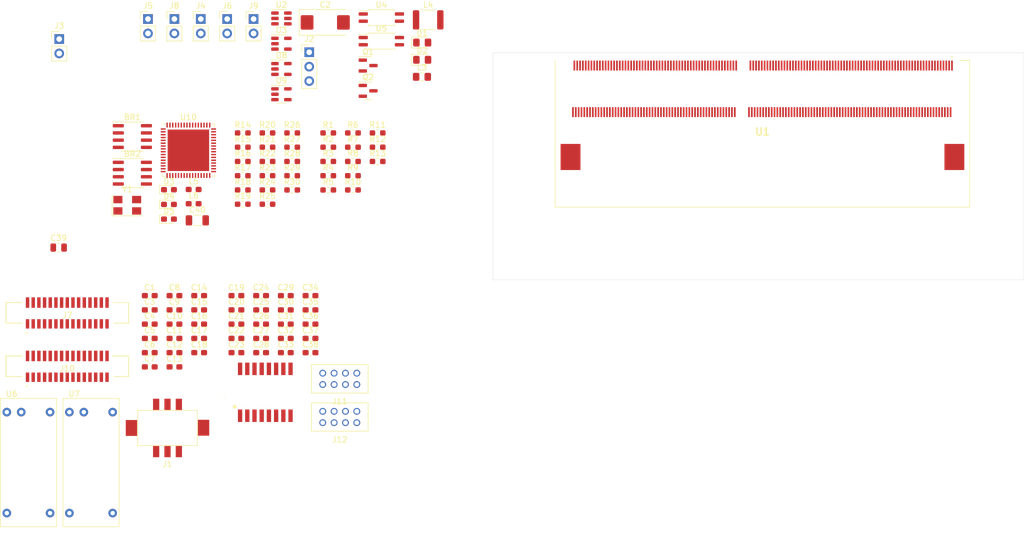
<source format=kicad_pcb>
(kicad_pcb (version 20221018) (generator pcbnew)
  (layers (0 "F.Cu" signal) (31 "B.Cu" signal) (34 "B.Paste" user) (35 "F.Paste" user) (36 "B.SilkS" user "B.Silkscreen") (37 "F.SilkS" user "F.Silkscreen") (38 "B.Mask" user) (39 "F.Mask" user) (44 "Edge.Cuts" user))
  (net 0 "")
  (net 1 "/USB_ETHERNET/RX-")
  (net 4 "/USB_ETHERNET/RX+")
  (net 5 "/USB_ETHERNET/ORx+")
  (net 8 "/USB_ETHERNET/ORx-")
  (net 9 "/USB_ETHERNET/TX-")
  (net 12 "/USB_ETHERNET/TX+")
  (net 13 "/USB_ETHERNET/OTx+")
  (net 16 "/USB_ETHERNET/OTx-")
  (net 17 "+5V")
  (net 18 "GND")
  (net 19 "Net-(C39-Pad1)")
  (net 20 "Net-(C40-Pad1)")
  (net 21 "Net-(D1-K)")
  (net 22 "+3V3")
  (net 23 "Net-(D2-K)")
  (net 24 "/LED_R")
  (net 25 "/USB_ETHERNET/SPD_LED")
  (net 26 "Net-(D3-A)")
  (net 27 "/USB_ETHERNET/LNKA_LED")
  (net 28 "Net-(D4-A)")
  (net 29 "/USB_ETHERNET/LED_FDX")
  (net 30 "Net-(D5-A)")
  (net 31 "/TX_UART")
  (net 32 "/RX_UART")
  (net 33 "/opto_out")
  (net 34 "+36V")
  (net 35 "GNDPWR")
  (net 36 "/opto_out_1")
  (net 37 "Net-(U3-VOUT)")
  (net 38 "+1V8")
  (net 39 "Net-(U2-SW)")
  (net 40 "/USB_ETHERNET/VDD33A")
  (net 41 "/USB_ETHERNET/VDD18E")
  (net 42 "/USB_ETHERNET/VDD18U")
  (net 43 "Net-(Q1-B)")
  (net 44 "/LDD_OUT")
  (net 45 "Net-(Q2-B)")
  (net 46 "/LDD_OUT_1")
  (net 47 "Net-(U2-BST)")
  (net 48 "Net-(R6-Pad1)")
  (net 49 "/Flash_EN")
  (net 50 "/USB_ETHERNET/DS1_D-")
  (net 51 "/USB_ETHERNET/DS1_D+")
  (net 52 "/USB_ETHERNET/DS2_D-")
  (net 53 "/USB_ETHERNET/DS2_D+")
  (net 54 "/USB_ETHERNET/RST")
  (net 55 "/USB_ETHERNET/VDD18")
  (net 56 "UP-D-")
  (net 57 "UP-D+")
  (net 58 "/USB_ETHERNET/XO")
  (net 59 "/USB_ETHERNET/XI")
  (net 60 "/Flash_EN_1")
  (net 61 "/CAM0_SDA")
  (net 62 "/CAM0_SCL")
  (net 63 "/CAM1_SCL")
  (net 64 "/CAM1_SDA")
  (net 65 "/CAM1_D3+")
  (net 66 "/CAM1_D3-")
  (net 67 "/CAM1_D2+")
  (net 68 "/CAM1_D2-")
  (net 69 "/CAM1_CLK+")
  (net 70 "/CAM1_CLK-")
  (net 71 "/CAM1_D1+")
  (net 72 "/CAM1_D1-")
  (net 73 "/CAM1_D0+")
  (net 74 "/CAM1_D0-")
  (net 75 "/CAM0_D1-")
  (net 76 "/CAM0_D1+")
  (net 77 "/CAM0_CLK-")
  (net 78 "/CAM0_CLK+")
  (net 79 "/CAM0_IO0")
  (net 80 "/CAM0_IO1")
  (net 81 "/CAM1_IO1")
  (net 82 "/CAM1_IO0")
  (net 83 "/VT")
  (net 84 "Net-(J5-Pin_1)")
  (net 85 "Net-(J5-Pin_2)")
  (net 86 "Net-(J6-Pin_1)")
  (net 87 "Net-(J6-Pin_2)")
  (net 260 "Net-(R7-Pad1)")
  (net 261 "Net-(R10-Pad2)")
  (net 262 "Net-(R11-Pad2)")
  (net 267 "Net-(U10B-VBUS_DET)")
  (net 278 "Net-(U10A-TCK)")
  (net 282 "Net-(U10B-AUTOMDIX_EN)")
  (net 287 "Net-(U10B-EXRES)")
  (net 288 "Net-(U10B-USBRBIAS)")
  (net 289 "Net-(L1-Pad2)")
  (net 290 "+12V")
  (net 291 "Net-(R29-Pad2)")
  (net 292 "Net-(R30-Pad2)")
  (net 294 "/CAM0_D0-")
  (net 296 "/CAM0_D0+")
  (net 314 "/USB_ETHERNET/DRx-")
  (net 316 "/USB_ETHERNET/DRx+")
  (net 318 "/USB_ETHERNET/DTx-")
  (net 320 "/USB_ETHERNET/DTx+")
  (footprint "Capacitor_SMD:C_0603_1608Metric_Pad1.08x0.95mm_HandSolder" (layer "F.Cu") (at 105.405 123.745)
    (fp_text reference "C20" (at 0 -1.43) (layer "F.SilkS"))
    (fp_text value "4.7uF")
    (pad "1" smd roundrect (at -0.8625 0) (size 1.075 0.95) (layers "F.Cu" "F.Paste" "F.Mask") (net 55 "/USB_ETHERNET/VDD18"))
    (pad "2" smd roundrect (at 0.8625 0) (size 1.075 0.95) (layers "F.Cu" "F.Paste" "F.Mask") (net 18 "GND"))
  )
  (footprint "Package_SO:SOP-4_4.4x2.6mm_P1.27mm" (layer "F.Cu") (at 130.93 76.4175)
    (fp_text reference "U5" (at 0 -2.25) (layer "F.SilkS"))
    (fp_text value "TCMT1103")
    (pad "1" smd roundrect (at -3.1875 -0.635) (size 1.625 0.6) (layers "F.Cu" "F.Paste" "F.Mask") (net 87 "Net-(J6-Pin_2)"))
    (pad "2" smd roundrect (at -3.1875 0.635) (size 1.625 0.6) (layers "F.Cu" "F.Paste" "F.Mask") (net 260 "Net-(R7-Pad1)"))
    (pad "3" smd roundrect (at 3.1875 0.635) (size 1.625 0.6) (layers "F.Cu" "F.Paste" "F.Mask") (net 18 "GND"))
    (pad "4" smd roundrect (at 3.1875 -0.635) (size 1.625 0.6) (layers "F.Cu" "F.Paste" "F.Mask") (net 36 "/opto_out_1"))
  )
  (footprint "Resistor_SMD:R_0603_1608Metric_Pad0.98x0.95mm_HandSolder" (layer "F.Cu") (at 125.927301 100.112698)
    (fp_text reference "R9" (at 0 -1.43) (layer "F.SilkS"))
    (fp_text value "500K")
    (pad "1" smd roundrect (at -0.9125 0) (size 0.975 0.95) (layers "F.Cu" "F.Paste" "F.Mask") (net 22 "+3V3"))
    (pad "2" smd roundrect (at 0.9125 0) (size 0.975 0.95) (layers "F.Cu" "F.Paste" "F.Mask") (net 36 "/opto_out_1"))
  )
  (footprint "Resistor_SMD:R_0603_1608Metric_Pad0.98x0.95mm_HandSolder" (layer "F.Cu") (at 125.927301 102.622698)
    (fp_text reference "R10" (at 0 -1.43) (layer "F.SilkS"))
    (fp_text value "1K")
    (pad "1" smd roundrect (at -0.9125 0) (size 0.975 0.95) (layers "F.Cu" "F.Paste" "F.Mask") (net 43 "Net-(Q1-B)"))
    (pad "2" smd roundrect (at 0.9125 0) (size 0.975 0.95) (layers "F.Cu" "F.Paste" "F.Mask") (net 261 "Net-(R10-Pad2)"))
  )
  (footprint "Capacitor_SMD:C_0603_1608Metric_Pad1.08x0.95mm_HandSolder" (layer "F.Cu") (at 109.755 123.745)
    (fp_text reference "C25" (at 0 -1.43) (layer "F.SilkS"))
    (fp_text value "0.1uF")
    (pad "1" smd roundrect (at -0.8625 0) (size 1.075 0.95) (layers "F.Cu" "F.Paste" "F.Mask") (net 40 "/USB_ETHERNET/VDD33A"))
    (pad "2" smd roundrect (at 0.8625 0) (size 1.075 0.95) (layers "F.Cu" "F.Paste" "F.Mask") (net 18 "GND"))
  )
  (footprint "Connector_PinHeader_2.54mm:PinHeader_1x02_P2.54mm_Vertical" (layer "F.Cu") (at 94.48 72.5175)
    (fp_text reference "J8" (at 0 -2.33) (layer "F.SilkS"))
    (fp_text value "FLASH")
    (pad "1" thru_hole rect (at 0 0) (size 1.7 1.7) (drill 1) (layers "*.Cu" "*.Mask") (net 34 "+36V"))
    (pad "2" thru_hole oval (at 0 2.54) (size 1.7 1.7) (drill 1) (layers "*.Cu" "*.Mask") (net 35 "GNDPWR"))
  )
  (footprint "LED_SMD:LED_0603_1608Metric_Pad1.05x0.95mm_HandSolder" (layer "F.Cu") (at 93.525 105.1675)
    (fp_text reference "D4" (at 0 -1.43) (layer "F.SilkS"))
    (fp_text value "LED_Small")
    (pad "1" smd roundrect (at -0.875 0) (size 1.05 0.95) (layers "F.Cu" "F.Paste" "F.Mask") (net 27 "/USB_ETHERNET/LNKA_LED"))
    (pad "2" smd roundrect (at 0.875 0) (size 1.05 0.95) (layers "F.Cu" "F.Paste" "F.Mask") (net 28 "Net-(D4-A)"))
  )
  (footprint "Capacitor_SMD:C_0603_1608Metric_Pad1.08x0.95mm_HandSolder" (layer "F.Cu") (at 98.845 121.235)
    (fp_text reference "C14" (at 0 -1.43) (layer "F.SilkS"))
    (fp_text value "0.1uF")
    (pad "1" smd roundrect (at -0.8625 0) (size 1.075 0.95) (layers "F.Cu" "F.Paste" "F.Mask") (net 38 "+1V8"))
    (pad "2" smd roundrect (at 0.8625 0) (size 1.075 0.95) (layers "F.Cu" "F.Paste" "F.Mask") (net 18 "GND"))
  )
  (footprint "Capacitor_SMD:C_0603_1608Metric_Pad1.08x0.95mm_HandSolder" (layer "F.Cu") (at 94.495 128.765)
    (fp_text reference "C11" (at 0 -1.43) (layer "F.SilkS"))
    (fp_text value "22uF")
    (pad "1" smd roundrect (at -0.8625 0) (size 1.075 0.95) (layers "F.Cu" "F.Paste" "F.Mask") (net 22 "+3V3"))
    (pad "2" smd roundrect (at 0.8625 0) (size 1.075 0.95) (layers "F.Cu" "F.Paste" "F.Mask") (net 18 "GND"))
  )
  (footprint "Package_TO_SOT_SMD:SOT-23-5" (layer "F.Cu") (at 113.33 85.7675)
    (fp_text reference "U9" (at 0 -2.4) (layer "F.SilkS"))
    (fp_text value "74AHC1G32")
    (pad "1" smd roundrect (at -1.1375 -0.95) (size 1.325 0.6) (layers "F.Cu" "F.Paste" "F.Mask") (net 36 "/opto_out_1"))
    (pad "2" smd roundrect (at -1.1375 0) (size 1.325 0.6) (layers "F.Cu" "F.Paste" "F.Mask") (net 60 "/Flash_EN_1"))
    (pad "3" smd roundrect (at -1.1375 0.95) (size 1.325 0.6) (layers "F.Cu" "F.Paste" "F.Mask") (net 18 "GND"))
    (pad "4" smd roundrect (at 1.1375 0.95) (size 1.325 0.6) (layers "F.Cu" "F.Paste" "F.Mask") (net 262 "Net-(R11-Pad2)"))
    (pad "5" smd roundrect (at 1.1375 -0.95) (size 1.325 0.6) (layers "F.Cu" "F.Paste" "F.Mask") (net 22 "+3V3"))
  )
  (footprint "Resistor_SMD:R_0603_1608Metric_Pad0.98x0.95mm_HandSolder" (layer "F.Cu") (at 106.527301 100.112698)
    (fp_text reference "R17" (at 0 -1.43) (layer "F.SilkS"))
    (fp_text value "1K")
    (pad "1" smd roundrect (at -0.9125 0) (size 0.975 0.95) (layers "F.Cu" "F.Paste" "F.Mask") (net 22 "+3V3"))
    (pad "2" smd roundrect (at 0.9125 0) (size 0.975 0.95) (layers "F.Cu" "F.Paste" "F.Mask") (net 28 "Net-(D4-A)"))
  )
  (footprint "Resistor_SMD:R_0603_1608Metric_Pad0.98x0.95mm_HandSolder" (layer "F.Cu") (at 110.877301 97.602698)
    (fp_text reference "R22" (at 0 -1.43) (layer "F.SilkS"))
    (fp_text value "50R")
    (pad "1" smd roundrect (at -0.9125 0) (size 0.975 0.95) (layers "F.Cu" "F.Paste" "F.Mask") (net 9 "/USB_ETHERNET/TX-"))
    (pad "2" smd roundrect (at 0.9125 0) (size 0.975 0.95) (layers "F.Cu" "F.Paste" "F.Mask") (net 40 "/USB_ETHERNET/VDD33A"))
  )
  (footprint "Crystal:Crystal_SMD_5032-4Pin_5.0x3.2mm" (layer "F.Cu") (at 86.18 105.3175)
    (fp_text reference "Y1" (at 0 -2.8) (layer "F.SilkS"))
    (fp_text value "25MHZ")
    (pad "1" smd rect (at -1.65 1) (size 1.6 1.3) (layers "F.Cu" "F.Paste" "F.Mask") (net 59 "/USB_ETHERNET/XI"))
    (pad "2" smd rect (at 1.65 1) (size 1.6 1.3) (layers "F.Cu" "F.Paste" "F.Mask") (net 18 "GND"))
    (pad "3" smd rect (at 1.65 -1) (size 1.6 1.3) (layers "F.Cu" "F.Paste" "F.Mask") (net 58 "/USB_ETHERNET/XO"))
    (pad "4" smd rect (at -1.65 -1) (size 1.6 1.3) (layers "F.Cu" "F.Paste" "F.Mask") (net 18 "GND"))
  )
  (footprint "Inductor_SMD:L_0805_2012Metric_Pad1.15x1.40mm_HandSolder" (layer "F.Cu") (at 138.08 82.6975)
    (fp_text reference "L3" (at 0 -1.65) (layer "F.SilkS"))
    (fp_text value "2.2uH")
    (pad "1" smd roundrect (at -1.025 0) (size 1.15 1.4) (layers "F.Cu" "F.Paste" "F.Mask") (roundrect_rratio 0.217391) (net 37 "Net-(U3-VOUT)"))
    (pad "2" smd roundrect (at 1.025 0) (size 1.15 1.4) (layers "F.Cu" "F.Paste" "F.Mask") (roundrect_rratio 0.217391) (net 38 "+1V8"))
  )
  (footprint "Capacitor_SMD:C_0603_1608Metric_Pad1.08x0.95mm_HandSolder" (layer "F.Cu") (at 105.405 128.765)
    (fp_text reference "C22" (at 0 -1.43) (layer "F.SilkS"))
    (fp_text value "0.1uF")
    (pad "1" smd roundrect (at -0.8625 0) (size 1.075 0.95) (layers "F.Cu" "F.Paste" "F.Mask") (net 40 "/USB_ETHERNET/VDD33A"))
    (pad "2" smd roundrect (at 0.8625 0) (size 1.075 0.95) (layers "F.Cu" "F.Paste" "F.Mask") (net 18 "GND"))
  )
  (footprint "Connector_PinHeader_2.54mm:PinHeader_1x02_P2.54mm_Vertical" (layer "F.Cu") (at 89.83 72.5175)
    (fp_text reference "J5" (at 0 -2.33) (layer "F.SilkS"))
    (fp_text value "STRB")
    (pad "1" thru_hole rect (at 0 0) (size 1.7 1.7) (drill 1) (layers "*.Cu" "*.Mask") (net 84 "Net-(J5-Pin_1)"))
    (pad "2" thru_hole oval (at 0 2.54) (size 1.7 1.7) (drill 1) (layers "*.Cu" "*.Mask") (net 85 "Net-(J5-Pin_2)"))
  )
  (footprint "Capacitor_SMD:C_0603_1608Metric_Pad1.08x0.95mm_HandSolder" (layer "F.Cu") (at 109.755 128.765)
    (fp_text reference "C27" (at 0 -1.43) (layer "F.SilkS"))
    (fp_text value "33pF")
    (pad "1" smd roundrect (at -0.8625 0) (size 1.075 0.95) (layers "F.Cu" "F.Paste" "F.Mask") (net 59 "/USB_ETHERNET/XI"))
    (pad "2" smd roundrect (at 0.8625 0) (size 1.075 0.95) (layers "F.Cu" "F.Paste" "F.Mask") (net 18 "GND"))
  )
  (footprint "Yavia_carrier:DF11-8DP-2DSA(08)" (layer "F.Cu") (at 123.61 142.61)
    (fp_text reference "J12" (at 0 4) (layer "F.SilkS"))
    (fp_text value "Ethernet")
    (pad "1" thru_hole circle (at 3 1) (size 1.2 1.2) (drill 0.8) (layers "*.Cu" "*.Mask") (net 314 "/USB_ETHERNET/DRx-"))
    (pad "2" thru_hole circle (at 3 -1) (size 1.2 1.2) (drill 0.8) (layers "*.Cu" "*.Mask"))
    (pad "3" thru_hole circle (at 1 1) (size 1.2 1.2) (drill 0.8) (layers "*.Cu" "*.Mask") (net 316 "/USB_ETHERNET/DRx+"))
    (pad "4" thru_hole circle (at 1 -1) (size 1.2 1.2) (drill 0.8) (layers "*.Cu" "*.Mask"))
    (pad "5" thru_hole circle (at -1 1) (size 1.2 1.2) (drill 0.8) (layers "*.Cu" "*.Mask") (net 318 "/USB_ETHERNET/DTx-"))
    (pad "6" thru_hole circle (at -1 -1) (size 1.2 1.2) (drill 0.8) (layers "*.Cu" "*.Mask"))
    (pad "7" thru_hole circle (at -3 1) (size 1.2 1.2) (drill 0.8) (layers "*.Cu" "*.Mask") (net 320 "/USB_ETHERNET/DTx+"))
    (pad "8" thru_hole circle (at -3 -1) (size 1.2 1.2) (drill 0.8) (layers "*.Cu" "*.Mask"))
  )
  (footprint "Resistor_SMD:R_0603_1608Metric_Pad0.98x0.95mm_HandSolder" (layer "F.Cu") (at 121.577301 102.622698)
    (fp_text reference "R5" (at 0 -1.43) (layer "F.SilkS"))
    (fp_text value "4.7K")
    (pad "1" smd roundrect (at -0.9125 0) (size 0.975 0.95) (layers "F.Cu" "F.Paste" "F.Mask") (net 63 "/CAM1_SCL"))
    (pad "2" smd roundrect (at 0.9125 0) (size 0.975 0.95) (layers "F.Cu" "F.Paste" "F.Mask") (net 22 "+3V3"))
  )
  (footprint "Resistor_SMD:R_0603_1608Metric_Pad0.98x0.95mm_HandSolder" (layer "F.Cu") (at 121.577301 95.092698)
    (fp_text reference "R2" (at 0 -1.43) (layer "F.SilkS"))
    (fp_text value "10m")
    (pad "1" smd roundrect (at -0.9125 0) (size 0.975 0.95) (layers "F.Cu" "F.Paste" "F.Mask") (net 289 "Net-(L1-Pad2)"))
    (pad "2" smd roundrect (at 0.9125 0) (size 0.975 0.95) (layers "F.Cu" "F.Paste" "F.Mask") (net 83 "/VT"))
  )
  (footprint "Capacitor_SMD:C_1206_3216Metric" (layer "F.Cu") (at 98.52 107.9775)
    (fp_text reference "C40" (at 0 -1.85) (layer "F.SilkS"))
    (fp_text value "1000pF")
    (pad "1" smd roundrect (at -1.475 0) (size 1.15 1.8) (layers "F.Cu" "F.Paste" "F.Mask") (roundrect_rratio 0.217391) (net 20 "Net-(C40-Pad1)"))
    (pad "2" smd roundrect (at 1.475 0) (size 1.15 1.8) (layers "F.Cu" "F.Paste" "F.Mask") (roundrect_rratio 0.217391) (net 18 "GND"))
  )
  (footprint "Resistor_SMD:R_0603_1608Metric_Pad0.98x0.95mm_HandSolder" (layer "F.Cu") (at 115.227301 95.092698)
    (fp_text reference "R27" (at 0 -1.43) (layer "F.SilkS"))
    (fp_text value "12.4K")
    (pad "1" smd roundrect (at -0.9125 0) (size 0.975 0.95) (layers "F.Cu" "F.Paste" "F.Mask") (net 287 "Net-(U10B-EXRES)"))
    (pad "2" smd roundrect (at 0.9125 0) (size 0.975 0.95) (layers "F.Cu" "F.Paste" "F.Mask") (net 18 "GND"))
  )
  (footprint "Package_TO_SOT_SMD:SOT-23-5" (layer "F.Cu") (at 113.33 76.8675)
    (fp_text reference "U3" (at 0 -2.4) (layer "F.SilkS"))
    (fp_text value "LM3671")
    (pad "1" smd roundrect (at -1.1375 -0.95) (size 1.325 0.6) (layers "F.Cu" "F.Paste" "F.Mask") (net 17 "+5V"))
    (pad "2" smd roundrect (at -1.1375 0) (size 1.325 0.6) (layers "F.Cu" "F.Paste" "F.Mask") (net 18 "GND"))
    (pad "3" smd roundrect (at -1.1375 0.95) (size 1.325 0.6) (layers "F.Cu" "F.Paste" "F.Mask") (net 17 "+5V"))
    (pad "4" smd roundrect (at 1.1375 0.95) (size 1.325 0.6) (layers "F.Cu" "F.Paste" "F.Mask") (net 38 "+1V8"))
    (pad "5" smd roundrect (at 1.1375 -0.95) (size 1.325 0.6) (layers "F.Cu" "F.Paste" "F.Mask") (net 37 "Net-(U3-VOUT)"))
  )
  (footprint "Resistor_SMD:R_0603_1608Metric_Pad0.98x0.95mm_HandSolder" (layer "F.Cu") (at 115.227301 102.622698)
    (fp_text reference "R30" (at 0 -1.43) (layer "F.SilkS"))
    (fp_text value "75R")
    (pad "1" smd roundrect (at -0.9125 0) (size 0.975 0.95) (layers "F.Cu" "F.Paste" "F.Mask") (net 20 "Net-(C40-Pad1)"))
    (pad "2" smd roundrect (at 0.9125 0) (size 0.975 0.95) (layers "F.Cu" "F.Paste" "F.Mask") (net 292 "Net-(R30-Pad2)"))
  )
  (footprint "Capacitor_SMD:C_0603_1608Metric_Pad1.08x0.95mm_HandSolder" (layer "F.Cu") (at 90.145 128.765)
    (fp_text reference "C5" (at 0 -1.43) (layer "F.SilkS"))
    (fp_text value "22uF")
    (pad "1" smd roundrect (at -0.8625 0) (size 1.075 0.95) (layers "F.Cu" "F.Paste" "F.Mask") (net 83 "/VT"))
    (pad "2" smd roundrect (at 0.8625 0) (size 1.075 0.95) (layers "F.Cu" "F.Paste" "F.Mask") (net 18 "GND"))
  )
  (footprint "Package_TO_SOT_SMD:SOT-23" (layer "F.Cu") (at 128.6 80.7175)
    (fp_text reference "Q1" (at 0 -2.4) (layer "F.SilkS"))
    (fp_text value "MMBT2222ALT1G")
    (pad "1" smd roundrect (at -0.9375 -0.95) (size 1.475 0.6) (layers "F.Cu" "F.Paste" "F.Mask") (net 43 "Net-(Q1-B)"))
    (pad "2" smd roundrect (at -0.9375 0.95) (size 1.475 0.6) (layers "F.Cu" "F.Paste" "F.Mask") (net 18 "GND"))
    (pad "3" smd roundrect (at 0.9375 0) (size 1.475 0.6) (layers "F.Cu" "F.Paste" "F.Mask") (net 44 "/LDD_OUT"))
  )
  (footprint "Capacitor_SMD:C_0603_1608Metric_Pad1.08x0.95mm_HandSolder" (layer "F.Cu") (at 94.495 123.745)
    (fp_text reference "C9" (at 0 -1.43) (layer "F.SilkS"))
    (fp_text value "100nF")
    (pad "1" smd roundrect (at -0.8625 0) (size 1.075 0.95) (layers "F.Cu" "F.Paste" "F.Mask") (net 39 "Net-(U2-SW)"))
    (pad "2" smd roundrect (at 0.8625 0) (size 1.075 0.95) (layers "F.Cu" "F.Paste" "F.Mask") (net 47 "Net-(U2-BST)"))
  )
  (footprint "Connector_PinHeader_2.54mm:PinHeader_1x02_P2.54mm_Vertical" (layer "F.Cu") (at 74.200199 76.044802)
    (fp_text reference "J3" (at 0 -2.33) (layer "F.SilkS"))
    (fp_text value "STRB_IS")
    (pad "1" thru_hole rect (at 0 0) (size 1.7 1.7) (drill 1) (layers "*.Cu" "*.Mask") (net 18 "GND"))
    (pad "2" thru_hole oval (at 0 2.54) (size 1.7 1.7) (drill 1) (layers "*.Cu" "*.Mask") (net 33 "/opto_out"))
  )
  (footprint "Resistor_SMD:R_0603_1608Metric_Pad0.98x0.95mm_HandSolder" (layer "F.Cu") (at 125.927301 92.582698)
    (fp_text reference "R6" (at 0 -1.43) (layer "F.SilkS"))
    (fp_text value "1K")
    (pad "1" smd roundrect (at -0.9125 0) (size 0.975 0.95) (layers "F.Cu" "F.Paste" "F.Mask") (net 48 "Net-(R6-Pad1)"))
    (pad "2" smd roundrect (at 0.9125 0) (size 0.975 0.95) (layers "F.Cu" "F.Paste" "F.Mask") (net 84 "Net-(J5-Pin_1)"))
  )
  (footprint "Capacitor_SMD:C_0603_1608Metric_Pad1.08x0.95mm_HandSolder" (layer "F.Cu") (at 118.455 131.275)
    (fp_text reference "C38" (at 0 -1.43) (layer "F.SilkS"))
    (fp_text value "0.1uF")
    (pad "1" smd roundrect (at -0.8625 0) (size 1.075 0.95) (layers "F.Cu" "F.Paste" "F.Mask") (net 40 "/USB_ETHERNET/VDD33A"))
    (pad "2" smd roundrect (at 0.8625 0) (size 1.075 0.95) (layers "F.Cu" "F.Paste" "F.Mask") (net 18 "GND"))
  )
  (footprint "Capacitor_SMD:C_0603_1608Metric_Pad1.08x0.95mm_HandSolder" (layer "F.Cu") (at 118.455 121.235)
    (fp_text reference "C34" (at 0 -1.43) (layer "F.SilkS"))
    (fp_text value "33pF")
    (pad "1" smd roundrect (at -0.8625 0) (size 1.075 0.95) (layers "F.Cu" "F.Paste" "F.Mask") (net 58 "/USB_ETHERNET/XO"))
    (pad "2" smd roundrect (at 0.8625 0) (size 1.075 0.95) (layers "F.Cu" "F.Paste" "F.Mask") (net 18 "GND"))
  )
  (footprint "Capacitor_SMD:C_0603_1608Metric_Pad1.08x0.95mm_HandSolder" (layer "F.Cu") (at 90.145 123.745)
    (fp_text reference "C3" (at 0 -1.43) (layer "F.SilkS"))
    (fp_text value "22uF")
    (pad "1" smd roundrect (at -0.8625 0) (size 1.075 0.95) (layers "F.Cu" "F.Paste" "F.Mask") (net 83 "/VT"))
    (pad "2" smd roundrect (at 0.8625 0) (size 1.075 0.95) (layers "F.Cu" "F.Paste" "F.Mask") (net 18 "GND"))
  )
  (footprint "Connector_PinHeader_2.54mm:PinHeader_1x02_P2.54mm_Vertical" (layer "F.Cu") (at 108.43 72.5175)
    (fp_text reference "J9" (at 0 -2.33) (layer "F.SilkS"))
    (fp_text value "FLASH")
    (pad "1" thru_hole rect (at 0 0) (size 1.7 1.7) (drill 1) (layers "*.Cu" "*.Mask") (net 34 "+36V"))
    (pad "2" thru_hole oval (at 0 2.54) (size 1.7 1.7) (drill 1) (layers "*.Cu" "*.Mask") (net 35 "GNDPWR"))
  )
  (footprint "Yavia_carrier:DF11CZ-6DP-2V" (layer "F.Cu") (at 93.27 144.54)
    (fp_text reference "J1" (at -0.02 6.35) (layer "F.SilkS"))
    (fp_text value "Power")
    (pad "1" smd rect (at 2 -4.15) (size 1.1 2) (layers "F.Cu" "F.Paste" "F.Mask") (net 290 "+12V"))
    (pad "2" smd rect (at 2 4.15) (size 1.1 2) (layers "F.Cu" "F.Paste" "F.Mask") (net 18 "GND"))
    (pad "3" smd rect (at 0 -4.15) (size 1.1 2) (layers "F.Cu" "F.Paste" "F.Mask") (net 18 "GND"))
    (pad "4" smd rect (at 0 4.15) (size 1.1 2) (layers "F.Cu" "F.Paste" "F.Mask") (net 18 "GND"))
    (pad "5" smd rect (at -2 -4.15) (size 1.1 2) (layers "F.Cu" "F.Paste" "F.Mask") (net 17 "+5V"))
    (pad "6" smd rect (at -2 4.15) (size 1.1 2) (layers "F.Cu" "F.Paste" "F.Mask") (net 18 "GND"))
    (pad "MP1" smd rect (at 6.35 -0.04) (size 2 2.8) (layers "F.Cu" "F.Paste" "F.Mask"))
    (pad "MP2" smd rect (at -6.35 0) (size 2 2.8) (layers "F.Cu" "F.Paste" "F.Mask"))
  )
  (footprint "Resistor_SMD:R_0603_1608Metric_Pad0.98x0.95mm_HandSolder" (layer "F.Cu") (at 121.577301 100.112698)
    (fp_text reference "R4" (at 0 -1.43) (layer "F.SilkS"))
    (fp_text value "4.7K")
    (pad "1" smd roundrect (at -0.9125 0) (size 0.975 0.95) (layers "F.Cu" "F.Paste" "F.Mask") (net 64 "/CAM1_SDA"))
    (pad "2" smd roundrect (at 0.9125 0) (size 0.975 0.95) (layers "F.Cu" "F.Paste" "F.Mask") (net 22 "+3V3"))
  )
  (footprint "Capacitor_SMD:C_0603_1608Metric_Pad1.08x0.95mm_HandSolder" (layer "F.Cu") (at 90.145 126.255)
    (fp_text reference "C4" (at 0 -1.43) (layer "F.SilkS"))
    (fp_text value "22uF")
    (pad "1" smd roundrect (at -0.8625 0) (size 1.075 0.95) (layers "F.Cu" "F.Paste" "F.Mask") (net 83 "/VT"))
    (pad "2" smd roundrect (at 0.8625 0) (size 1.075 0.95) (layers "F.Cu" "F.Paste" "F.Mask") (net 18 "GND"))
  )
  (footprint "Capacitor_SMD:C_0603_1608Metric_Pad1.08x0.95mm_HandSolder" (layer "F.Cu") (at 118.455 126.255)
    (fp_text reference "C36" (at 0 -1.43) (layer "F.SilkS"))
    (fp_text value "0.1uF")
    (pad "1" smd roundrect (at -0.8625 0) (size 1.075 0.95) (layers "F.Cu" "F.Paste" "F.Mask") (net 40 "/USB_ETHERNET/VDD33A"))
    (pad "2" smd roundrect (at 0.8625 0) (size 1.075 0.95) (layers "F.Cu" "F.Paste" "F.Mask") (net 18 "GND"))
  )
  (footprint "Yavia_carrier:LDD-L" (layer "F.Cu") (at 79.8 150.64)
    (fp_text reference "U7" (at -2.95 -12.1) (layer "F.SilkS"))
    (fp_text value "LDD600L")
    (pad "1" thru_hole circle (at 3.81 -8.89) (size 1.524 1.524) (drill 0.762) (layers "*.Cu" "*.Mask") (net 290 "+12V"))
    (pad "3" thru_hole circle (at -1.27 -8.89) (size 1.524 1.524) (drill 0.762) (layers "*.Cu" "*.Mask") (net 46 "/LDD_OUT_1"))
    (pad "4" thru_hole circle (at -3.81 -8.89) (size 1.524 1.524) (drill 0.762) (layers "*.Cu" "*.Mask") (net 18 "GND"))
    (pad "5" thru_hole circle (at -3.81 8.89) (size 1.524 1.524) (drill 0.762) (layers "*.Cu" "*.Mask") (net 35 "GNDPWR"))
    (pad "6" thru_hole circle (at 3.81 8.89) (size 1.524 1.524) (drill 0.762) (layers "*.Cu" "*.Mask") (net 34 "+36V"))
  )
  (footprint "Yavia_carrier:526101572" (layer "F.Cu") (at 75.62 124.28)
    (fp_text reference "J7" (at 0 0.4) (layer "F.SilkS"))
    (fp_text value "52610-1572" hide)
    (pad "1" smd rect (at -7 1.925) (size 0.6 1.65) (layers "F.Cu" "F.Paste" "F.Mask") (net 22 "+3V3"))
    (pad "2" smd rect (at -7 -1.825) (size 0.6 1.85) (layers "F.Cu" "F.Paste" "F.Mask") (net 22 "+3V3"))
    (pad "3" smd rect (at -6 1.925) (size 0.6 1.65) (layers "F.Cu" "F.Paste" "F.Mask") (net 64 "/CAM1_SDA"))
    (pad "4" smd rect (at -6 -1.825) (size 0.6 1.85) (layers "F.Cu" "F.Paste" "F.Mask") (net 64 "/CAM1_SDA"))
    (pad "5" smd rect (at -5 1.925) (size 0.6 1.65) (layers "F.Cu" "F.Paste" "F.Mask") (net 63 "/CAM1_SCL"))
    (pad "6" smd rect (at -5 -1.825) (size 0.6 1.85) (layers "F.Cu" "F.Paste" "F.Mask") (net 63 "/CAM1_SCL"))
    (pad "7" smd rect (at -4 1.925) (size 0.6 1.65) (layers "F.Cu" "F.Paste" "F.Mask") (net 81 "/CAM1_IO1"))
    (pad "8" smd rect (at -4 -1.825) (size 0.6 1.85) (layers "F.Cu" "F.Paste" "F.Mask") (net 81 "/CAM1_IO1"))
    (pad "9" smd rect (at -3 1.925) (size 0.6 1.65) (layers "F.Cu" "F.Paste" "F.Mask") (net 82 "/CAM1_IO0"))
    (pad "10" smd rect (at -3 -1.825) (size 0.6 1.85) (layers "F.Cu" "F.Paste" "F.Mask") (net 82 "/CAM1_IO0"))
    (pad "11" smd rect (at -2 1.925) (size 0.6 1.65) (layers "F.Cu" "F.Paste" "F.Mask") (net 18 "GND"))
    (pad "12" smd rect (at -2 -1.825) (size 0.6 1.85) (layers "F.Cu" "F.Paste" "F.Mask") (net 18 "GND"))
    (pad "13" smd rect (at -1 1.925) (size 0.6 1.65) (layers "F.Cu" "F.Paste" "F.Mask") (net 69 "/CAM1_CLK+"))
    (pad "14" smd rect (at -1 -1.825) (size 0.6 1.85) (layers "F.Cu" "F.Paste" "F.Mask") (net 69 "/CAM1_CLK+"))
    (pad "15" smd rect (at 0 1.925) (size 0.6 1.65) (layers "F.Cu" "F.Paste" "F.Mask") (net 70 "/CAM1_CLK-"))
    (pad "16" smd rect (at 0 -1.825) (size 0.6 1.85) (layers "F.Cu" "F.Paste" "F.Mask") (net 70 "/CAM1_CLK-"))
    (pad "17" smd rect (at 1 1.925) (size 0.6 1.65) (layers "F.Cu" "F.Paste" "F.Mask") (net 18 "GND"))
    (pad "18" smd rect (at 1 -1.825) (size 0.6 1.85) (layers "F.Cu" "F.Paste" "F.Mask") (net 18 "GND"))
    (pad "19" smd rect (at 2 1.925) (size 0.6 1.65) (layers "F.Cu" "F.Paste" "F.Mask") (net 71 "/CAM1_D1+"))
    (pad "20" smd rect (at 2 -1.825) (size 0.6 1.85) (layers "F.Cu" "F.Paste" "F.Mask") (net 71 "/CAM1_D1+"))
    (pad "21" smd rect (at 3 1.925) (size 0.6 1.65) (layers "F.Cu" "F.Paste" "F.Mask") (net 72 "/CAM1_D1-"))
    (pad "22" smd rect (at 3 -1.825) (size 0.6 1.85) (layers "F.Cu" "F.Paste" "F.Mask") (net 72 "/CAM1_D1-"))
    (pad "23" smd rect (at 4 1.925) (size 0.6 1.65) (layers "F.Cu" "F.Paste" "F.Mask") (net 18 "GND"))
    (pad "24" smd rect (at 4 -1.825) (size 0.6 1.85) (layers "F.Cu" "F.Paste" "F.Mask") (net 18 "GND"))
    (pad "25" smd rect (at 5 1.925) (size 0.6 1.65) (layers "F.Cu" "F.Paste" "F.Mask") (net 73 "/CAM1_D0+"))
    (pad "26" smd rect (at 5 -1.825) (size 0.6 1.85) (layers "F.Cu" "F.Paste" "F.Mask") (net 73 "/CAM1_D0+"))
    (pad "27" smd rect (at 6 1.925) (size 0.6 1.65) (layers "F.Cu" "F.Paste" "F.Mask") (net 74 "/CAM1_D0-"))
    (pad "28" smd rect (at 6 -1.825) (size 0.6 1.85) (layers "F.Cu" "F.Paste" "F.Mask") (net 74 "/CAM1_D0-"))
    (pad "29" smd rect (at 7 1.925) (size 0.6 1.65) (layers "F.Cu" "F.Paste" "F.Mask") (net 18 "GND"))
    (pad "30" smd rect (at 7 -1.825) (size 0.6 1.85) (layers "F.Cu" "F.Paste" "F.Mask") (net 18 "GND"))
  )
  (footprint "Capacitor_SMD:C_0603_1608Metric_Pad1.08x0.95mm_HandSolder" (layer "F.Cu") (at 118.455 128.765)
    (fp_text reference "C37" (at 0 -1.43) (layer "F.SilkS"))
    (fp_text value "1uF")
    (pad "1" smd roundrect (at -0.8625 0) (size 1.075 0.95) (layers "F.Cu" "F.Paste" "F.Mask") (net 42 "/USB_ETHERNET/VDD18U"))
    (pad "2" smd roundrect (at 0.8625 0) (size 1.075 0.95) (layers "F.Cu" "F.Paste" "F.Mask") (net 18 "GND"))
  )
  (footprint "Resistor_SMD:R_0603_1608Metric_Pad0.98x0.95mm_HandSolder" (layer "F.Cu") (at 106.527301 105.132698)
    (fp_text reference "R19" (at 0 -1.43) (layer "F.SilkS"))
    (fp_text value "10K")
    (pad "1" smd roundrect (at -0.9125 0) (size 0.975 0.95) (layers "F.Cu" "F.Paste" "F.Mask") (net 278 "Net-(U10A-TCK)"))
    (pad "2" smd roundrect (at 0.9125 0) (size 0.975 0.95) (layers "F.Cu" "F.Paste" "F.Mask") (net 22 "+3V3"))
  )
  (footprint "Connector_PinHeader_2.54mm:PinHeader_1x02_P2.54mm_Vertical" (layer "F.Cu") (at 99.13 72.5175)
    (fp_text reference "J4" (at 0 -2.33) (layer "F.SilkS"))
    (fp_text value "STRB_IS")
    (pad "1" thru_hole rect (at 0 0) (size 1.7 1.7) (drill 1) (layers "*.Cu" "*.Mask") (net 18 "GND"))
    (pad "2" thru_hole oval (at 0 2.54) (size 1.7 1.7) (drill 1) (layers "*.Cu" "*.Mask") (net 36 "/opto_out_1"))
  )
  (footprint "Capacitor_SMD:C_0603_1608Metric_Pad1.08x0.95mm_HandSolder" (layer "F.Cu") (at 94.495 121.235)
    (fp_text reference "C8" (at 0 -1.43) (layer "F.SilkS"))
    (fp_text value "22uF")
    (pad "1" smd roundrect (at -0.8625 0) (size 1.075 0.95) (layers "F.Cu" "F.Paste" "F.Mask") (net 83 "/VT"))
    (pad "2" smd roundrect (at 0.8625 0) (size 1.075 0.95) (layers "F.Cu" "F.Paste" "F.Mask") (net 18 "GND"))
  )
  (footprint "Resistor_SMD:R_0603_1608Metric_Pad0.98x0.95mm_HandSolder" (layer "F.Cu") (at 115.227301 100.112698)
    (fp_text reference "R29" (at 0 -1.43) (layer "F.SilkS"))
    (fp_text value "75R")
    (pad "1" smd roundrect (at -0.9125 0) (size 0.975 0.95) (layers "F.Cu" "F.Paste" "F.Mask") (net 20 "Net-(C40-Pad1)"))
    (pad "2" smd roundrect (at 0.9125 0) (size 0.975 0.95) (layers "F.Cu" "F.Paste" "F.Mask") (net 291 "Net-(R29-Pad2)"))
  )
  (footprint "Resistor_SMD:R_0603_1608Metric_Pad0.98x0.95mm_HandSolder" (layer "F.Cu") (at 110.877301 100.112698)
    (fp_text reference "R23" (at 0 -1.43) (layer "F.SilkS"))
    (fp_text value "10K")
    (pad "1" smd roundrect (at -0.9125 0) (size 0.975 0.95) (layers "F.Cu" "F.Paste" "F.Mask") (net 282 "Net-(U10B-AUTOMDIX_EN)"))
    (pad "2" smd roundrect (at 0.9125 0) (size 0.975 0.95) (layers "F.Cu" "F.Paste" "F.Mask") (net 22 "+3V3"))
  )
  (footprint "Resistor_SMD:R_0603_1608Metric_Pad0.98x0.95mm_HandSolder" (layer "F.Cu") (at 130.277301 95.092698)
    (fp_text reference "R12" (at 0 -1.43) (layer "F.SilkS"))
    (fp_text value "10K")
    (pad "1" smd roundrect (at -0.9125 0) (size 0.975 0.95) (layers "F.Cu" "F.Paste" "F.Mask") (net 290 "+12V"))
    (pad "2" smd roundrect (at 0.9125 0) (size 0.975 0.95) (layers "F.Cu" "F.Paste" "F.Mask") (net 44 "/LDD_OUT"))
  )
  (footprint "Package_SO:SOIC-8_3.9x4.9mm_P1.27mm" (layer "F.Cu") (at 87.08 99.6675)
    (fp_text reference "BR2" (at 0 -3.4) (layer "F.SilkS"))
    (fp_text value "SP4031")
    (pad "1" smd roundrect (at -2.475 -1.905) (size 1.95 0.6) (layers "F.Cu" "F.Paste" "F.Mask") (net 9 "/USB_ETHERNET/TX-"))
    (pad "2" smd roundrect (at -2.475 -0.635) (size 1.95 0.6) (layers "F.Cu" "F.Paste" "F.Mask"))
    (pad "3" smd roundrect (at -2.475 0.635) (size 1.95 0.6) (layers "F.Cu" "F.Paste" "F.Mask"))
    (pad "4" smd roundrect (at -2.475 1.905) (size 1.95 0.6) (layers "F.Cu" "F.Paste" "F.Mask") (net 12 "/USB_ETHERNET/TX+"))
    (pad "5" smd roundrect (at 2.475 1.905) (size 1.95 0.6) (layers "F.Cu" "F.Paste" "F.Mask") (net 13 "/USB_ETHERNET/OTx+"))
    (pad "6" smd roundrect (at 2.475 0.635) (size 1.95 0.6) (layers "F.Cu" "F.Paste" "F.Mask"))
    (pad "7" smd roundrect (at 2.475 -0.635) (size 1.95 0.6) (layers "F.Cu" "F.Paste" "F.Mask"))
    (pad "8" smd roundrect (at 2.475 -1.905) (size 1.95 0.6) (layers "F.Cu" "F.Paste" "F.Mask") (net 16 "/USB_ETHERNET/OTx-"))
  )
  (footprint "Package_SO:SOIC-8_3.9x4.9mm_P1.27mm" (layer "F.Cu") (at 87.08 93.2175)
    (fp_text reference "BR1" (at 0 -3.4) (layer "F.SilkS"))
    (fp_text value "SP4031")
    (pad "1" smd roundrect (at -2.475 -1.905) (size 1.95 0.6) (layers "F.Cu" "F.Paste" "F.Mask") (net 1 "/USB_ETHERNET/RX-"))
    (pad "2" smd roundrect (at -2.475 -0.635) (size 1.95 0.6) (layers "F.Cu" "F.Paste" "F.Mask"))
    (pad "3" smd roundrect (at -2.475 0.635) (size 1.95 0.6) (layers "F.Cu" "F.Paste" "F.Mask"))
    (pad "4" smd roundrect (at -2.475 1.905) (size 1.95 0.6) (layers "F.Cu" "F.Paste" "F.Mask") (net 4 "/USB_ETHERNET/RX+"))
    (pad "5" smd roundrect (at 2.475 1.905) (size 1.95 0.6) (layers "F.Cu" "F.Paste" "F.Mask") (net 5 "/USB_ETHERNET/ORx+"))
    (pad "6" smd roundrect (at 2.475 0.635) (size 1.95 0.6) (layers "F.Cu" "F.Paste" "F.Mask"))
    (pad "7" smd roundrect (at 2.475 -0.635) (size 1.95 0.6) (layers "F.Cu" "F.Paste" "F.Mask"))
    (pad "8" smd roundrect (at 2.475 -1.905) (size 1.95 0.6) (layers "F.Cu" "F.Paste" "F.Mask") (net 8 "/USB_ETHERNET/ORx-"))
  )
  (footprint "LED_SMD:LED_0603_1608Metric_Pad1.05x0.95mm_HandSolder" (layer "F.Cu") (at 93.525 107.7575)
    (fp_text reference "D5" (at 0 -1.43) (layer "F.SilkS"))
    (fp_text value "LED_Small")
    (pad "1" smd roundrect (at -0.875 0) (size 1.05 0.95) (layers "F.Cu" "F.Paste" "F.Mask") (net 29 "/USB_ETHERNET/LED_FDX"))
    (pad "2" smd roundrect (at 0.875 0) (size 1.05 0.95) (layers "F.Cu" "F.Paste" "F.Mask") (net 30 "Net-(D5-A)"))
  )
  (footprint "Capacitor_SMD:C_0603_1608Metric_Pad1.08x0.95mm_HandSolder" (layer "F.Cu") (at 109.755 121.235)
    (fp_text reference "C24" (at 0 -1.43) (layer "F.SilkS"))
    (fp_text value "0.1uF")
    (pad "1" smd roundrect (at -0.8625 0) (size 1.075 0.95) (layers "F.Cu" "F.Paste" "F.Mask") (net 22 "+3V3"))
    (pad "2" smd roundrect (at 0.8625 0) (size 1.075 0.95) (layers "F.Cu" "F.Paste" "F.Mask") (net 18 "GND"))
  )
  (footprint "Capacitor_SMD:C_0603_1608Metric_Pad1.08x0.95mm_HandSolder" (layer "F.Cu") (at 98.845 126.255)
    (fp_text reference "C16" (at 0 -1.43) (layer "F.SilkS"))
    (fp_text value "0.1uF")
    (pad "1" smd roundrect (at -0.8625 0) (size 1.075 0.95) (layers "F.Cu" "F.Paste" "F.Mask") (net 17 "+5V"))
    (pad "2" smd roundrect (at 0.8625 0) (size 1.075 0.95) (layers "F.Cu" "F.Paste" "F.Mask") (net 18 "GND"))
  )
  (footprint "Yavia_carrier:23094092" (layer "F.Cu") (at 198.05 92.74)
    (fp_text reference "U1" (at 0 -0.362) (layer "F.SilkS") (effects (font (size 1.27 1.27) (thickness 0.254))))
    (fp_text value "Verdin iMX8M Plus" hide)
    (pad "" np_thru_hole circle (at -34.4 -7.925) (size 1.15 1.15) (drill 1.15) (layers "*.Cu" "*.Mask"))
    (pad "" np_thru_hole circle (at 34.4 -7.925) (size 1.65 1.65) (drill 1.65) (layers "*.Cu" "*.Mask"))
    (pad "1" smd rect (at 33.375 -12.025) (size 0.3 1.75) (layers "F.Cu" "F.Paste" "F.Mask"))
    (pad "2" smd rect (at 33.125 -3.825) (size 0.3 1.75) (layers "F.Cu" "F.Paste" "F.Mask"))
    (pad "3" smd rect (at 32.875 -12.025) (size 0.3 1.75) (layers "F.Cu" "F.Paste" "F.Mask"))
    (pad "4" smd rect (at 32.625 -3.825) (size 0.3 1.75) (layers "F.Cu" "F.Paste" "F.Mask"))
    (pad "5" smd rect (at 32.375 -12.025) (size 0.3 1.75) (layers "F.Cu" "F.Paste" "F.Mask"))
    (pad "6" smd rect (at 32.125 -3.825) (size 0.3 1.75) (layers "F.Cu" "F.Paste" "F.Mask"))
    (pad "7" smd rect (at 31.875 -12.025) (size 0.3 1.75) (layers "F.Cu" "F.Paste" "F.Mask"))
    (pad "8" smd rect (at 31.625 -3.825) (size 0.3 1.75) (layers "F.Cu" "F.Paste" "F.Mask"))
    (pad "9" smd rect (at 31.375 -12.025) (size 0.3 1.75) (layers "F.Cu" "F.Paste" "F.Mask"))
    (pad "10" smd rect (at 31.125 -3.825) (size 0.3 1.75) (layers "F.Cu" "F.Paste" "F.Mask") (net 18 "GND"))
    (pad "11" smd rect (at 30.875 -12.025) (size 0.3 1.75) (layers "F.Cu" "F.Paste" "F.Mask") (net 18 "GND"))
    (pad "12" smd rect (at 30.625 -3.825) (size 0.3 1.75) (layers "F.Cu" "F.Paste" "F.Mask") (net 61 "/CAM0_SDA"))
    (pad "13" smd rect (at 30.375 -12.025) (size 0.3 1.75) (layers "F.Cu" "F.Paste" "F.Mask"))
    (pad "14" smd rect (at 30.125 -3.825) (size 0.3 1.75) (layers "F.Cu" "F.Paste" "F.Mask") (net 62 "/CAM0_SCL"))
    (pad "15" smd rect (at 29.875 -12.025) (size 0.3 1.75) (layers "F.Cu" "F.Paste" "F.Mask"))
    (pad "16" smd rect (at 29.625 -3.825) (size 0.3 1.75) (layers "F.Cu" "F.Paste" "F.Mask"))
    (pad "17" smd rect (at 29.375 -12.025) (size 0.3 1.75) (layers "F.Cu" "F.Paste" "F.Mask"))
    (pad "18" smd rect (at 29.125 -3.825) (size 0.3 1.75) (layers "F.Cu" "F.Paste" "F.Mask") (net 18 "GND"))
    (pad "19" smd rect (at 28.875 -12.025) (size 0.3 1.75) (layers "F.Cu" "F.Paste" "F.Mask"))
    (pad "20" smd rect (at 28.625 -3.825) (size 0.3 1.75) (layers "F.Cu" "F.Paste" "F.Mask"))
    (pad "21" smd rect (at 28.375 -12.025) (size 0.3 1.75) (layers "F.Cu" "F.Paste" "F.Mask"))
    (pad "22" smd rect (at 28.125 -3.825) (size 0.3 1.75) (layers "F.Cu" "F.Paste" "F.Mask"))
    (pad "23" smd rect (at 27.875 -12.025) (size 0.3 1.75) (layers "F.Cu" "F.Paste" "F.Mask"))
    (pad "24" smd rect (at 27.625 -3.825) (size 0.3 1.75) (layers "F.Cu" "F.Paste" "F.Mask"))
    (pad "25" smd rect (at 27.375 -12.025) (size 0.3 1.75) (layers "F.Cu" "F.Paste" "F.Mask"))
    (pad "26" smd rect (at 27.125 -3.825) (size 0.3 1.75) (layers "F.Cu" "F.Paste" "F.Mask"))
    (pad "27" smd rect (at 26.875 -12.025) (size 0.3 1.75) (layers "F.Cu" "F.Paste" "F.Mask") (net 18 "GND"))
    (pad "28" smd rect (at 26.625 -3.825) (size 0.3 1.75) (layers "F.Cu" "F.Paste" "F.Mask") (net 18 "GND"))
    (pad "29" smd rect (at 26.375 -12.025) (size 0.3 1.75) (layers "F.Cu" "F.Paste" "F.Mask"))
    (pad "30" smd rect (at 26.125 -3.825) (size 0.3 1.75) (layers "F.Cu" "F.Paste" "F.Mask"))
    (pad "31" smd rect (at 25.875 -12.025) (size 0.3 1.75) (layers "F.Cu" "F.Paste" "F.Mask"))
    (pad "32" smd rect (at 25.625 -3.825) (size 0.3 1.75) (layers "F.Cu" "F.Paste" "F.Mask"))
    (pad "33" smd rect (at 25.375 -12.025) (size 0.3 1.75) (layers "F.Cu" "F.Paste" "F.Mask") (net 18 "GND"))
    (pad "34" smd rect (at 25.125 -3.825) (size 0.3 1.75) (layers "F.Cu" "F.Paste" "F.Mask"))
    (pad "35" smd rect (at 24.875 -12.025) (size 0.3 1.75) (layers "F.Cu" "F.Paste" "F.Mask"))
    (pad "36" smd rect (at 24.625 -3.825) (size 0.3 1.75) (layers "F.Cu" "F.Paste" "F.Mask"))
    (pad "37" smd rect (at 24.375 -12.025) (size 0.3 1.75) (layers "F.Cu" "F.Paste" "F.Mask"))
    (pad "38" smd rect (at 24.125 -3.825) (size 0.3 1.75) (layers "F.Cu" "F.Paste" "F.Mask"))
    (pad "39" smd rect (at 23.875 -12.025) (size 0.3 1.75) (layers "F.Cu" "F.Paste" "F.Mask") (net 18 "GND"))
    (pad "40" smd rect (at 23.625 -3.825) (size 0.3 1.75) (layers "F.Cu" "F.Paste" "F.Mask") (net 18 "GND"))
    (pad "41" smd rect (at 23.375 -12.025) (size 0.3 1.75) (layers "F.Cu" "F.Paste" "F.Mask"))
    (pad "42" smd rect (at 23.125 -3.825) (size 0.3 1.75) (layers "F.Cu" "F.Paste" "F.Mask"))
    (pad "43" smd rect (at 22.875 -12.025) (size 0.3 1.75) (layers "F.Cu" "F.Paste" "F.Mask"))
    (pad "44" smd rect (at 22.625 -3.825) (size 0.3 1.75) (layers "F.Cu" "F.Paste" "F.Mask"))
    (pad "45" smd rect (at 22.375 -12.025) (size 0.3 1.75) (layers "F.Cu" "F.Paste" "F.Mask") (net 18 "GND"))
    (pad "46" smd rect (at 22.125 -3.825) (size 0.3 1.75) (layers "F.Cu" "F.Paste" "F.Mask"))
    (pad "47" smd rect (at 21.875 -12.025) (size 0.3 1.75) (layers "F.Cu" "F.Paste" "F.Mask"))
    (pad "48" smd rect (at 21.625 -3.825) (size 0.3 1.75) (layers "F.Cu" "F.Paste" "F.Mask"))
    (pad "49" smd rect (at 21.375 -12.025) (size 0.3 1.75) (layers "F.Cu" "F.Paste" "F.Mask"))
    (pad "50" smd rect (at 21.125 -3.825) (size 0.3 1.75) (layers "F.Cu" "F.Paste" "F.Mask") (net 18 "GND"))
    (pad "51" smd rect (at 20.875 -12.025) (size 0.3 1.75) (layers "F.Cu" "F.Paste" "F.Mask") (net 18 "GND"))
    (pad "52" smd rect (at 20.625 -3.825) (size 0.3 1.75) (layers "F.Cu" "F.Paste" "F.Mask"))
    (pad "53" smd rect (at 20.375 -12.025) (size 0.3 1.75) (layers "F.Cu" "F.Paste" "F.Mask"))
    (pad "54" smd rect (at 20.125 -3.825) (size 0.3 1.75) (layers "F.Cu" "F.Paste" "F.Mask"))
    (pad "55" smd rect (at 19.875 -12.025) (size 0.3 1.75) (layers "F.Cu" "F.Paste" "F.Mask"))
    (pad "56" smd rect (at 19.625 -3.825) (size 0.3 1.75) (layers "F.Cu" "F.Paste" "F.Mask"))
    (pad "57" smd rect (at 19.375 -12.025) (size 0.3 1.75) (layers "F.Cu" "F.Paste" "F.Mask"))
    (pad "58" smd rect (at 19.125 -3.825) (size 0.3 1.75) (layers "F.Cu" "F.Paste" "F.Mask"))
    (pad "59" smd rect (at 18.875 -12.025) (size 0.3 1.75) (layers "F.Cu" "F.Paste" "F.Mask"))
    (pad "60" smd rect (at 18.625 -3.825) (size 0.3 1.75) (layers "F.Cu" "F.Paste" "F.Mask"))
    (pad "61" smd rect (at 18.375 -12.025) (size 0.3 1.75) (layers "F.Cu" "F.Paste" "F.Mask"))
    (pad "62" smd rect (at 18.125 -3.825) (size 0.3 1.75) (layers "F.Cu" "F.Paste" "F.Mask"))
    (pad "63" smd rect (at 17.875 -12.025) (size 0.3 1.75) (layers "F.Cu" "F.Paste" "F.Mask"))
    (pad "64" smd rect (at 17.625 -3.825) (size 0.3 1.75) (layers "F.Cu" "F.Paste" "F.Mask"))
    (pad "65" smd rect (at 17.375 -12.025) (size 0.3 1.75) (layers "F.Cu" "F.Paste" "F.Mask") (net 18 "GND"))
    (pad "66" smd rect (at 17.125 -3.825) (size 0.3 1.75) (layers "F.Cu" "F.Paste" "F.Mask"))
    (pad "67" smd rect (at 16.875 -12.025) (size 0.3 1.75) (layers "F.Cu" "F.Paste" "F.Mask"))
    (pad "68" smd rect (at 16.625 -3.825) (size 0.3 1.75) (layers "F.Cu" "F.Paste" "F.Mask") (net 18 "GND"))
    (pad "69" smd rect (at 16.375 -12.025) (size 0.3 1.75) (layers "F.Cu" "F.Paste" "F.Mask"))
    (pad "70" smd rect (at 16.125 -3.825) (size 0.3 1.75) (layers "F.Cu" "F.Paste" "F.Mask"))
    (pad "71" smd rect (at 15.875 -12.025) (size 0.3 1.75) (layers "F.Cu" "F.Paste" "F.Mask") (net 18 "GND"))
    (pad "72" smd rect (at 15.625 -3.825) (size 0.3 1.75) (layers "F.Cu" "F.Paste" "F.Mask"))
    (pad "73" smd rect (at 15.375 -12.025) (size 0.3 1.75) (layers "F.Cu" "F.Paste" "F.Mask"))
    (pad "74" smd rect (at 15.125 -3.825) (size 0.3 1.75) (layers "F.Cu" "F.Paste" "F.Mask"))
    (pad "75" smd rect (at 14.875 -12.025) (size 0.3 1.75) (layers "F.Cu" "F.Paste" "F.Mask"))
    (pad "76" smd rect (at 14.625 -3.825) (size 0.3 1.75) (layers "F.Cu" "F.Paste" "F.Mask"))
    (pad "77" smd rect (at 14.375 -12.025) (size 0.3 1.75) (layers "F.Cu" "F.Paste" "F.Mask") (net 18 "GND"))
    (pad "78" smd rect (at 14.125 -3.825) (size 0.3 1.75) (layers "F.Cu" "F.Paste" "F.Mask"))
    (pad "79" smd rect (at 13.875 -12.025) (size 0.3 1.75) (layers "F.Cu" "F.Paste" "F.Mask"))
    (pad "80" smd rect (at 13.625 -3.825) (size 0.3 1.75) (layers "F.Cu" "F.Paste" "F.Mask"))
    (pad "81" smd rect (at 13.375 -12.025) (size 0.3 1.75) (layers "F.Cu" "F.Paste" "F.Mask"))
    (pad "82" smd rect (at 13.125 -3.825) (size 0.3 1.75) (layers "F.Cu" "F.Paste" "F.Mask"))
    (pad "83" smd rect (at 12.875 -12.025) (size 0.3 1.75) (layers "F.Cu" "F.Paste" "F.Mask") (net 18 "GND"))
    (pad "84" smd rect (at 12.625 -3.825) (size 0.3 1.75) (layers "F.Cu" "F.Paste" "F.Mask"))
    (pad "85" smd rect (at 12.375 -12.025) (size 0.3 1.75) (layers "F.Cu" "F.Paste" "F.Mask"))
    (pad "86" smd rect (at 12.125 -3.825) (size 0.3 1.75) (layers "F.Cu" "F.Paste" "F.Mask") (net 18 "GND"))
    (pad "87" smd rect (at 11.875 -12.025) (size 0.3 1.75) (layers "F.Cu" "F.Paste" "F.Mask"))
    (pad "88" smd rect (at 11.625 -3.825) (size 0.3 1.75) (layers "F.Cu" "F.Paste" "F.Mask"))
    (pad "89" smd rect (at 11.375 -12.025) (size 0.3 1.75) (layers "F.Cu" "F.Paste" "F.Mask") (net 18 "GND"))
    (pad "90" smd rect (at 11.125 -3.825) (size 0.3 1.75) (layers "F.Cu" "F.Paste" "F.Mask"))
    (pad "91" smd rect (at 10.875 -12.025) (size 0.3 1.75) (layers "F.Cu" "F.Paste" "F.Mask"))
    (pad "92" smd rect (at 10.625 -3.825) (size 0.3 1.75) (layers "F.Cu" "F.Paste" "F.Mask"))
    (pad "93" smd rect (at 10.375 -12.025) (size 0.3 1.75) (layers "F.Cu" "F.Paste" "F.Mask") (net 63 "/CAM1_SCL"))
    (pad "94" smd rect (at 10.125 -3.825) (size 0.3 1.75) (layers "F.Cu" "F.Paste" "F.Mask"))
    (pad "95" smd rect (at 9.875 -12.025) (size 0.3 1.75) (layers "F.Cu" "F.Paste" "F.Mask") (net 64 "/CAM1_SDA"))
    (pad "96" smd rect (at 9.625 -3.825) (size 0.3 1.75) (layers "F.Cu" "F.Paste" "F.Mask"))
    (pad "97" smd rect (at 9.375 -12.025) (size 0.3 1.75) (layers "F.Cu" "F.Paste" "F.Mask") (net 18 "GND"))
    (pad "98" smd rect (at 9.125 -3.825) (size 0.3 1.75) (layers "F.Cu" "F.Paste" "F.Mask") (net 18 "GND"))
    (pad "99" smd rect (at 8.875 -12.025) (size 0.3 1.75) (layers "F.Cu" "F.Paste" "F.Mask") (net 65 "/CAM1_D3+"))
    (pad "100" smd rect (at 8.625 -3.825) (size 0.3 1.75) (layers "F.Cu" "F.Paste" "F.Mask"))
    (pad "101" smd rect (at 8.375 -12.025) (size 0.3 1.75) (layers "F.Cu" "F.Paste" "F.Mask") (net 66 "/CAM1_D3-"))
    (pad "102" smd rect (at 8.125 -3.825) (size 0.3 1.75) (layers "F.Cu" "F.Paste" "F.Mask"))
    (pad "103" smd rect (at 7.875 -12.025) (size 0.3 1.75) (layers "F.Cu" "F.Paste" "F.Mask") (net 18 "GND"))
    (pad "104" smd rect (at 7.625 -3.825) (size 0.3 1.75) (layers "F.Cu" "F.Paste" "F.Mask"))
    (pad "105" smd rect (at 7.375 -12.025) (size 0.3 1.75) (layers "F.Cu" "F.Paste" "F.Mask") (net 67 "/CAM1_D2+"))
    (pad "106" smd rect (at 7.125 -3.825) (size 0.3 1.75) (layers "F.Cu" "F.Paste" "F.Mask"))
    (pad "107" smd rect (at 6.875 -12.025) (size 0.3 1.75) (layers "F.Cu" "F.Paste" "F.Mask") (net 68 "/CAM1_D2-"))
    (pad "108" smd rect (at 6.625 -3.825) (size 0.3 1.75) (layers "F.Cu" "F.Paste" "F.Mask"))
    (pad "109" smd rect (at 6.375 -12.025) (size 0.3 1.75) (layers "F.Cu" "F.Paste" "F.Mask") (net 18 "GND"))
    (pad "110" smd rect (at 6.125 -3.825) (size 0.3 1.75) (layers "F.Cu" "F.Paste" "F.Mask") (net 18 "GND"))
    (pad "111" smd rect (at 5.875 -12.025) (size 0.3 1.75) (layers "F.Cu" "F.Paste" "F.Mask") (net 69 "/CAM1_CLK+"))
    (pad "112" smd rect (at 5.625 -3.825) (size 0.3 1.75) (layers "F.Cu" "F.Paste" "F.Mask"))
    (pad "113" smd rect (at 5.375 -12.025) (size 0.3 1.75) (layers "F.Cu" "F.Paste" "F.Mask") (net 70 "/CAM1_CLK-"))
    (pad "114" smd rect (at 5.125 -3.825) (size 0.3 1.75) (layers "F.Cu" "F.Paste" "F.Mask"))
    (pad "115" smd rect (at 4.875 -12.025) (size 0.3 1.75) (layers "F.Cu" "F.Paste" "F.Mask") (net 18 "GND"))
    (pad "116" smd rect (at 4.625 -3.825) (size 0.3 1.75) (layers "F.Cu" "F.Paste" "F.Mask"))
    (pad "117" smd rect (at 4.375 -12.025) (size 0.3 1.75) (layers "F.Cu" "F.Paste" "F.Mask") (net 71 "/CAM1_D1+"))
    (pad "118" smd rect (at 4.125 -3.825) (size 0.3 1.75) (layers "F.Cu" "F.Paste" "F.Mask"))
    (pad "119" smd rect (at 3.875 -12.025) (size 0.3 1.75) (layers "F.Cu" "F.Paste" "F.Mask") (net 72 "/CAM1_D1-"))
    (pad "120" smd rect (at 3.625 -3.825) (size 0.3 1.75) (layers "F.Cu" "F.Paste" "F.Mask"))
    (pad "121" smd rect (at 3.375 -12.025) (size 0.3 1.75) (layers "F.Cu" "F.Paste" "F.Mask") (net 18 "GND"))
    (pad "122" smd rect (at 3.125 -3.825) (size 0.3 1.75) (layers "F.Cu" "F.Paste" "F.Mask") (net 18 "GND"))
    (pad "123" smd rect (at 2.875 -12.025) (size 0.3 1.75) (layers "F.Cu" "F.Paste" "F.Mask") (net 73 "/CAM1_D0+"))
    (pad "124" smd rect (at 2.625 -3.825) (size 0.3 1.75) (layers "F.Cu" "F.Paste" "F.Mask"))
    (pad "125" smd rect (at 2.375 -12.025) (size 0.3 1.75) (layers "F.Cu" "F.Paste" "F.Mask") (net 74 "/CAM1_D0-"))
    (pad "126" smd rect (at 2.125 -3.825) (size 0.3 1.75) (layers "F.Cu" "F.Paste" "F.Mask"))
    (pad "127" smd rect (at 1.875 -12.025) (size 0.3 1.75) (layers "F.Cu" "F.Paste" "F.Mask") (net 18 "GND"))
    (pad "128" smd rect (at 1.625 -3.825) (size 0.3 1.75) (layers "F.Cu" "F.Paste" "F.Mask"))
    (pad "129" smd rect (at 1.375 -12.025) (size 0.3 1.75) (layers "F.Cu" "F.Paste" "F.Mask") (net 32 "/RX_UART"))
    (pad "130" smd rect (at 1.125 -3.825) (size 0.3 1.75) (layers "F.Cu" "F.Paste" "F.Mask"))
    (pad "131" smd rect (at 0.875 -12.025) (size 0.3 1.75) (layers "F.Cu" "F.Paste" "F.Mask") (net 31 "/TX_UART"))
    (pad "132" smd rect (at 0.625 -3.825) (size 0.3 1.75) (layers "F.Cu" "F.Paste" "F.Mask"))
    (pad "133" smd rect (at 0.375 -12.025) (size 0.3 1.75) (layers "F.Cu" "F.Paste" "F.Mask"))
    (pad "134" smd rect (at 0.125 -3.825) (size 0.3 1.75) (layers "F.Cu" "F.Paste" "F.Mask") (net 18 "GND"))
    (pad "135" smd rect (at -0.125 -12.025) (size 0.3 1.75) (layers "F.Cu" "F.Paste" "F.Mask"))
    (pad "136" smd rect (at -0.375 -3.825) (size 0.3 1.75) (layers "F.Cu" "F.Paste" "F.Mask"))
    (pad "137" smd rect (at -0.625 -12.025) (size 0.3 1.75) (layers "F.Cu" "F.Paste" "F.Mask"))
    (pad "138" smd rect (at -0.875 -3.825) (size 0.3 1.75) (layers "F.Cu" "F.Paste" "F.Mask"))
    (pad "139" smd rect (at -1.125 -12.025) (size 0.3 1.75) (layers "F.Cu" "F.Paste" "F.Mask"))
    (pad "140" smd rect (at -1.375 -3.825) (size 0.3 1.75) (layers "F.Cu" "F.Paste" "F.Mask"))
    (pad "141" smd rect (at -1.625 -12.025) (size 0.3 1.75) (layers "F.Cu" "F.Paste" "F.Mask"))
    (pad "142" smd rect (at -1.875 -3.825) (size 0.3 1.75) (layers "F.Cu" "F.Paste" "F.Mask"))
    (pad "143" smd rect (at -2.125 -12.025) (size 0.3 1.75) (layers "F.Cu" "F.Paste" "F.Mask"))
    (pad "144" smd rect (at -2.375 -3.825) (size 0.3 1.75) (layers "F.Cu" "F.Paste" "F.Mask"))
    (pad "145" smd rect (at -4.625 -12.025) (size 0.3 1.75) (layers "F.Cu" "F.Paste" "F.Mask") (net 18 "GND"))
    (pad "146" smd rect (at -4.875 -3.825) (size 0.3 1.75) (layers "F.Cu" "F.Paste" "F.Mask") (net 18 "GND"))
    (pad "147" smd rect (at -5.125 -12.025) (size 0.3 1.75) (layers "F.Cu" "F.Paste" "F.Mask"))
    (pad "148" smd rect (at -5.375 -3.825) (size 0.3 1.75) (layers "F.Cu" "F.Paste" "F.Mask") (net 294 "/CAM0_D0-"))
    (pad "149" smd rect (at -5.625 -12.025) (size 0.3 1.75) (layers "F.Cu" "F.Paste" "F.Mask"))
    (pad "150" smd rect (at -5.875 -3.825) (size 0.3 1.75) (layers "F.Cu" "F.Paste" "F.Mask") (net 296 "/CAM0_D0+"))
    (pad "151" smd rect (at -6.125 -12.025) (size 0.3 1.75) (layers "F.Cu" "F.Paste" "F.Mask"))
    (pad "152" smd rect (at -6.375 -3.825) (size 0.3 1.75) (layers "F.Cu" "F.Paste" "F.Mask"))
    (pad "153" smd rect (at -6.625 -12.025) (size 0.3 1.75) (layers "F.Cu" "F.Paste" "F.Mask"))
    (pad "154" smd rect (at -6.875 -3.825) (size 0.3 1.75) (layers "F.Cu" "F.Paste" "F.Mask") (net 75 "/CAM0_D1-"))
    (pad "155" smd rect (at -7.125 -12.025) (size 0.3 1.75) (layers "F.Cu" "F.Paste" "F.Mask"))
    (pad "156" smd rect (at -7.375 -3.825) (size 0.3 1.75) (layers "F.Cu" "F.Paste" "F.Mask") (net 76 "/CAM0_D1+"))
    (pad "157" smd rect (at -7.625 -12.025) (size 0.3 1.75) (layers "F.Cu" "F.Paste" "F.Mask"))
    (pad "158" smd rect (at -7.875 -3.825) (size 0.3 1.75) (layers "F.Cu" "F.Paste" "F.Mask") (net 18 "GND"))
    (pad "159" smd rect (at -8.125 -12.025) (size 0.3 1.75) (layers "F.Cu" "F.Paste" "F.Mask"))
    (pad "160" smd rect (at -8.375 -3.825) (size 0.3 1.75) (layers "F.Cu" "F.Paste" "F.Mask") (net 77 "/CAM0_CLK-"))
    (pad "161" smd rect (at -8.625 -12.025) (size 0.3 1.75) (layers "F.Cu" "F.Paste" "F.Mask"))
    (pad "162" smd rect (at -8.875 -3.825) (size 0.3 1.75) (layers "F.Cu" "F.Paste" "F.Mask") (net 78 "/CAM0_CLK+"))
    (pad "163" smd rect (at -9.125 -12.025) (size 0.3 1.75) (layers "F.Cu" "F.Paste" "F.Mask") (net 56 "UP-D-"))
    (pad "164" smd rect (at -9.375 -3.825) (size 0.3 1.75) (layers "F.Cu" "F.Paste" "F.Mask"))
    (pad "165" smd rect (at -9.625 -12.025) (size 0.3 1.75) (layers "F.Cu" "F.Paste" "F.Mask") (net 57 "UP-D+"))
    (pad "166" smd rect (at -9.875 -3.825) (size 0.3 1.75) (layers "F.Cu" "F.Paste" "F.Mask"))
    (pad "167" smd rect (at -10.125 -12.025) (size 0.3 1.75) (layers "F.Cu" "F.Paste" "F.Mask") (net 18 "GND"))
    (pad "168" smd rect (at -10.375 -3.825) (size 0.3 1.75) (layers "F.Cu" "F.Paste" "F.Mask"))
    (pad "169" smd rect (at -10.625 -12.025) (size 0.3 1.75) (layers "F.Cu" "F.Paste" "F.Mask"))
    (pad "170" smd rect (at -10.875 -3.825) (size 0.3 1.75) (layers "F.Cu" "F.Paste" "F.Mask") (net 18 "GND"))
    (pad "171" smd rect (at -11.125 -12.025) (size 0.3 1.75) (layers "F.Cu" "F.Paste" "F.Mask"))
    (pad "172" smd rect (at -11.375 -3.825) (size 0.3 1.75) (layers "F.Cu" "F.Paste" "F.Mask"))
    (pad "173" smd rect (at -11.625 -12.025) (size 0.3 1.75) (layers "F.Cu" "F.Paste" "F.Mask") (net 18 "GND"))
    (pad "174" smd rect (at -11.875 -3.825) (size 0.3 1.75) (layers "F.Cu" "F.Paste" "F.Mask"))
    (pad "175" smd rect (at -12.125 -12.025) (size 0.3 1.75) (layers "F.Cu" "F.Paste" "F.Mask"))
    (pad "176" smd rect (at -12.375 -3.825) (size 0.3 1.75) (layers "F.Cu" "F.Paste" "F.Mask"))
    (pad "177" smd rect (at -12.625 -12.025) (size 0.3 1.75) (layers "F.Cu" "F.Paste" "F.Mask"))
    (pad "178" smd rect (at -12.875 -3.825) (size 0.3 1.75) (layers "F.Cu" "F.Paste" "F.Mask"))
    (pad "179" smd rect (at -13.125 -12.025) (size 0.3 1.75) (layers "F.Cu" "F.Paste" "F.Mask") (net 18 "GND"))
    (pad "180" smd rect (at -13.375 -3.825) (size 0.3 1.75) (layers "F.Cu" "F.Paste" "F.Mask"))
    (pad "181" smd rect (at -13.625 -12.025) (size 0.3 1.75) (layers "F.Cu" "F.Paste" "F.Mask"))
    (pad "182" smd rect (at -13.875 -3.825) (size 0.3 1.75) (layers "F.Cu" "F.Paste" "F.Mask") (net 18 "GND"))
    (pad "183" smd rect (at -14.125 -12.025) (size 0.3 1.75) (layers "F.Cu" "F.Paste" "F.Mask"))
    (pad "184" smd rect (at -14.375 -3.825) (size 0.3 1.75) (layers "F.Cu" "F.Paste" "F.Mask"))
    (pad "185" smd rect (at -14.625 -12.025) (size 0.3 1.75) (layers "F.Cu" "F.Paste" "F.Mask"))
    (pad "186" smd rect (at -14.875 -3.825) (size 0.3 1.75) (layers "F.Cu" "F.Paste" "F.Mask"))
    (pad "187" smd rect (at -15.125 -12.025) (size 0.3 1.75) (layers "F.Cu" "F.Paste" "F.Mask"))
    (pad "188" smd rect (at -15.375 -3.825) (size 0.3 1.75) (layers "F.Cu" "F.Paste" "F.Mask"))
    (pad "189" smd rect (at -15.625 -12.025) (size 0.3 1.75) (layers "F.Cu" "F.Paste" "F.Mask"))
    (pad "190" smd rect (at -15.875 -3.825) (size 0.3 1.75) (layers "F.Cu" "F.Paste" "F.Mask"))
    (pad "191" smd rect (at -16.125 -12.025) (size 0.3 1.75) (layers "F.Cu" "F.Paste" "F.Mask"))
    (pad "192" smd rect (at -16.375 -3.825) (size 0.3 1.75) (layers "F.Cu" "F.Paste" "F.Mask"))
    (pad "193" smd rect (at -16.625 -12.025) (size 0.3 1.75) (layers "F.Cu" "F.Paste" "F.Mask"))
    (pad "194" smd rect (at -16.875 -3.825) (size 0.3 1.75) (layers "F.Cu" "F.Paste" "F.Mask") (net 18 "GND"))
    (pad "195" smd rect (at -17.125 -12.025) (size 0.3 1.75) (layers "F.Cu" "F.Paste" "F.Mask") (net 18 "GND"))
    (pad "196" smd rect (at -17.375 -3.825) (size 0.3 1.75) (layers "F.Cu" "F.Paste" "F.Mask"))
    (pad "197" smd rect (at -17.625 -12.025) (size 0.3 1.75) (layers "F.Cu" "F.Paste" "F.Mask"))
    (pad "198" smd rect (at -17.875 -3.825) (size 0.3 1.75) (layers "F.Cu" "F.Paste" "F.Mask"))
    (pad "199" smd rect (at -18.125 -12.025) (size 0.3 1.75) (layers "F.Cu" "F.Paste" "F.Mask"))
    (pad "200" smd rect (at -18.375 -3.825) (size 0.3 1.75) (layers "F.Cu" "F.Paste" "F.Mask"))
    (pad "201" smd rect (at -18.625 -12.025) (size 0.3 1.75) (layers "F.Cu" "F.Paste" "F.Mask"))
    (pad "202" smd rect (at -18.875 -3.825) (size 0.3 1.75) (layers "F.Cu" "F.Paste" "F.Mask"))
    (pad "203" smd rect (at -19.125 -12.025) (size 0.3 1.75) (layers "F.Cu" "F.Paste" "F.Mask"))
    (pad "204" smd rect (at -19.375 -3.825) (size 0.3 1.75) (layers "F.Cu" "F.Paste" "F.Mask") (net 18 "GND"))
    (pad "205" smd rect (at -19.625 -12.025) (size 0.3 1.75) (layers "F.Cu" "F.Paste" "F.Mask"))
    (pad "206" smd rect (at -19.875 -3.825) (size 0.3 1.75) (layers "F.Cu" "F.Paste" "F.Mask") (net 24 "/LED_R"))
    (pad "207" smd rect (at -20.125 -12.025) (size 0.3 1.75) (layers "F.Cu" "F.Paste" "F.Mask"))
    (pad "208" smd rect (at -20.375 -3.825) (size 0.3 1.75) (layers "F.Cu" "F.Paste" "F.Mask") (net 49 "/Flash_EN"))
    (pad "209" smd rect (at -20.625 -12.025) (size 0.3 1.75) (layers "F.Cu" "F.Paste" "F.Mask") (net 18 "GND"))
    (pad "210" smd rect (at -20.875 -3.825) (size 0.3 1.75) (layers "F.Cu" "F.Paste" "F.Mask") (net 60 "/Flash_EN_1"))
    (pad "211" smd rect (at -21.125 -12.025) (size 0.3 1.75) (layers "F.Cu" "F.Paste" "F.Mask"))
    (pad "212" smd rect (at -21.375 -3.825) (size 0.3 1.75) (layers "F.Cu" "F.Paste" "F.Mask"))
    (pad "213" smd rect (at -21.625 -12.025) (size 0.3 1.75) (layers "F.Cu" "F.Paste" "F.Mask"))
    (pad "214" smd rect (at -21.875 -3.825) (size 0.3 1.75) (layers "F.Cu" "F.Paste" "F.Mask"))
    (pad "215" smd rect (at -22.125 -12.025) (size 0.3 1.75) (layers "F.Cu" "F.Paste" "F.Mask"))
    (pad "216" smd rect (at -22.375 -3.825) (size 0.3 1.75) (layers "F.Cu" "F.Paste" "F.Mask") (net 79 "/CAM0_IO0"))
    (pad "217" smd rect (at -22.625 -12.025) (size 0.3 1.75) (layers "F.Cu" "F.Paste" "F.Mask"))
    (pad "218" smd rect (at -22.875 -3.825) (size 0.3 1.75) (layers "F.Cu" "F.Paste" "F.Mask") (net 80 "/CAM0_IO1"))
    (pad "219" smd rect (at -23.125 -12.025) (size 0.3 1.75) (layers "F.Cu" "F.Paste" "F.Mask"))
    (pad "220" smd rect (at -23.375 -3.825) (size 0.3 1.75) (layers "F.Cu" "F.Paste" "F.Mask") (net 81 "/CAM1_IO1"))
    (pad "221" smd rect (at -23.625 -12.025) (size 0.3 1.75) (layers "F.Cu" "F.Paste" "F.Mask"))
    (pad "222" smd rect (at -23.875 -3.825) (size 0.3 1.75) (layers "F.Cu" "F.Paste" "F.Mask") (net 82 "/CAM1_IO0"))
    (pad "223" smd rect (at -24.125 -12.025) (size 0.3 1.75) (layers "F.Cu" "F.Paste" "F.Mask") (net 18 "GND"))
    (pad "224" smd rect (at -24.375 -3.825) (size 0.3 1.75) (layers "F.Cu" "F.Paste" "F.Mask") (net 18 "GND"))
    (pad "225" smd rect (at -24.625 -12.025) (size 0.3 1.75) (layers "F.Cu" "F.Paste" "F.Mask"))
    (pad "226" smd rect (at -24.875 -3.825) (size 0.3 1.75) (layers "F.Cu" "F.Paste" "F.Mask"))
    (pad "227" smd rect (at -25.125 -12.025) (size 0.3 1.75) (layers "F.Cu" "F.Paste" "F.Mask"))
    (pad "228" smd rect (at -25.375 -3.825) (size 0.3 1.75) (layers "F.Cu" "F.Paste" "F.Mask"))
    (pad "229" smd rect (at -25.625 -12.025) (size 0.3 1.75) (layers "F.Cu" "F.Paste" "F.Mask") (net 18 "GND"))
    (pad "230" smd rect (at -25.875 -3.825) (size 0.3 1.75) (layers "F.Cu" "F.Paste" "F.Mask") (net 18 "GND"))
    (pad "231" smd rect (at -26.125 -12.025) (size 0.3 1.75) (layers "F.Cu" "F.Paste" "F.Mask"))
    (pad "232" smd rect (at -26.375 -3.825) (size 0.3 1.75) (layers "F.Cu" "F.Paste" "F.Mask"))
    (pad "233" smd rect (at -26.625 -12.025) (size 0.3 1.75) (layers "F.Cu" "F.Paste" "F.Mask"))
    (pad "234" smd rect (at -26.875 -3.825) (size 0.3 1.75) (layers "F.Cu" "F.Paste" "F.Mask"))
    (pad "235" smd rect (at -27.125 -12.025) (size 0.3 1.75) (layers "F.Cu" "F.Paste" "F.Mask"))
    (pad "236" smd rect (at -27.375 -3.825) (size 0.3 1.75) (layers "F.Cu" "F.Paste" "F.Mask") (net 18 "GND"))
    (pad "237" smd rect (at -27.625 -12.025) (size 0.3 1.75) (layers "F.Cu" "F.Paste" "F.Mask"))
    (pad "238" smd rect (at -27.875 -3.825) (size 0.3 1.75) (layers "F.Cu" "F.Paste" "F.Mask"))
    (pad "239" smd rect (at -28.125 -12.025) (size 0.3 1.75) (layers "F.Cu" "F.Paste" "F.Mask"))
    (pad "240" smd rect (at -28.375 -3.825) (size 0.3 1.75) (layers "F.Cu" "F.Paste" "F.Mask"))
    (pad "241" smd rect (at -28.625 -12.025) (size 0.3 1.75) (layers "F.Cu" "F.Paste" "F.Mask"))
    (pad "242" smd rect (at -28.875 -3.825) (size 0.3 1.75) (layers "F.Cu" "F.Paste" "F.Mask") (net 18 "GND"))
    (pad "243" smd rect (at -29.125 -12.025) (size 0.3 1.75) (layers "F.Cu" "F.Paste" "F.Mask") (net 18 "GND"))
    (pad "244" smd rect (at -29.375 -3.825) (size 0.3 1.75) (layers "F.Cu" "F.Paste" "F.Mask"))
    (pad "245" smd rect (at -29.625 -12.025) (size 0.3 1.75) (layers "F.Cu" "F.Paste" "F.Mask"))
    (pad "246" smd rect (at -29.875 -3.825) (size 0.3 1.75) (layers "F.Cu" "F.Paste" "F.Mask"))
    (pad "247" smd rect (at -30.125 -12.025) (size 0.3 1.75) (layers "F.Cu" "F.Paste" "F.Mask"))
    (pad "248" smd rect (at -30.375 -3.825) (size 0.3 1.75) (layers "F.Cu" "F.Paste" "F.Mask"))
    (pad "249" smd rect (at -30.625 -12.025) (size 0.3 1.75) (layers "F.Cu" "F.Paste" "F.Mask"))
    (pad "250" smd rect (at -30.875 -3.825) (size 0.3 1.75) (layers "F.Cu" "F.Paste" "F.Mask"))
    (pad "251" smd rect (at -31.125 -12.025) (size 0.3 1.75) (layers "F.Cu" "F.Paste" "F.Mask") (net 83 "/VT"))
    (pad "252" smd rect (at -31.375 -3.825) (size 0.3 1.75) (layers "F.Cu" "F.Paste" "F.Mask"))
    (pad "253" smd rect (at -31.625 -12.025) (size 0.3 1.75) (layers "F.Cu" "F.Paste" "F.Mask") (net 83 "/VT"))
    (pad "254" smd rect (at -31.875 -3.825) (size 0.3 1.75) (layers "F.Cu" "F.Paste" "F.Mask"))
    (pad "255" smd rect (at -32.125 -12.025) (size 0.3 1.75) (layers "F.Cu" "F.Paste" "F.Mask") (net 83 "/VT"))
    (pad "256" smd rect (at -32.375 -3.825) (size 0.3 1.75) (layers "F.Cu" "F.Paste" "F.Mask"))
    (pad "257" smd rect (at -32.625 -12.025) (size 0.3 1.75) (layers "F.Cu" "F.Paste" "F.Mask") (net 83 "/VT"))
    (pad "258" smd rect (at -32.875 -3.825) (size 0.3 1.75) (layers "F.Cu" "F.Paste" "F.Mask"))
    (pad "259" smd rect (at -33.125 -12.025) (size 0.3 1.75) (layers "F.Cu" "F.Paste" "F.Mask") (net 83 "/VT"))
    (pad "260" smd rect (at -33.375 -3.825) (size 0.3 1.75) (layers "F.Cu" "F.Paste" "F.Mask"))
    (pad "MP1" smd rect (at 33.8 4.075) (size 3.5 4.6) (layers "F.Cu" "F.Paste" "F.Mask"))
    (pad "MP2" smd rect (at -33.8 4.075) (size 3.5 4.6) (layers "F.Cu" "F.Paste" "F.Mask"))
  )
  (footprint "Resistor_SMD:R_0603_1608Metric_Pad0.98x0.95mm_HandSolder" (layer "F.Cu") (at 106.527301 102.622698)
    (fp_text reference "R18" (at 0 -1.43) (layer "F.SilkS"))
    (fp_text value "1K")
    (pad "1" smd roundrect (at -0.9125 0) (size 0.975 0.95) (layers "F.Cu" "F.Paste" "F.Mask") (net 22 "+3V3"))
    (pad "2" smd roundrect (at 0.9125 0) (size 0.975 0.95) (layers "F.Cu" "F.Paste" "F.Mask") (net 30 "Net-(D5-A)"))
  )
  (footprint "Package_TO_SOT_SMD:SOT-23-5" (layer "F.Cu") (at 113.33 81.3175)
    (fp_text reference "U8" (at 0 -2.4) (layer "F.SilkS"))
    (fp_text value "74AHC1G32")
    (pad "1" smd roundrect (at -1.1375 -0.95) (size 1.325 0.6) (layers "F.Cu" "F.Paste" "F.Mask") (net 33 "/opto_out"))
    (pad "2" smd roundrect (at -1.1375 0) (size 1.325 0.6) (layers "F.Cu" "F.Paste" "F.Mask") (net 49 "/Flash_EN"))
    (pad "3" smd roundrect (at -1.1375 0.95) (size 1.325 0.6) (layers "F.Cu" "F.Paste" "F.Mask") (net 18 "GND"))
    (pad "4" smd roundrect (at 1.1375 0.95) (size 1.325 0.6) (layers "F.Cu" "F.Paste" "F.Mask") (net 261 "Net-(R10-Pad2)"))
    (pad "5" smd roundrect (at 1.1375 -0.95) (size 1.325 0.6) (layers "F.Cu" "F.Paste" "F.Mask") (net 22 "+3V3"))
  )
  (footprint "Package_TO_SOT_SMD:TSOT-23-6" (layer "F.Cu") (at 113.33 72.4175)
    (fp_text reference "U2" (at 0 -2.4) (layer "F.SilkS"))
    (fp_text value "AP63203")
    (pad "1" smd roundrect (at -1.1375 -0.95) (size 1.325 0.6) (layers "F.Cu" "F.Paste" "F.Mask") (net 22 "+3V3"))
    (pad "2" smd roundrect (at -1.1375 0) (size 1.325 0.6) (layers "F.Cu" "F.Paste" "F.Mask") (net 17 "+5V"))
    (pad "3" smd roundrect (at -1.1375 0.95) (size 1.325 0.6) (layers "F.Cu" "F.Paste" "F.Mask") (net 17 "+5V"))
    (pad "4" smd roundrect (at 1.1375 0.95) (size 1.325 0.6) (layers "F.Cu" "F.Paste" "F.Mask") (net 18 "GND"))
    (pad "5" smd roundrect (at 1.1375 0) (size 1.325 0.6) (layers "F.Cu" "F.Paste" "F.Mask") (net 39 "Net-(U2-SW)"))
    (pad "6" smd roundrect (at 1.1375 -0.95) (size 1.325 0.6) (layers "F.Cu" "F.Paste" "F.Mask") (net 47 "Net-(U2-BST)"))
  )
  (footprint "Resistor_SMD:R_0603_1608Metric_Pad0.98x0.95mm_HandSolder" (layer "F.Cu") (at 106.527301 97.602698)
    (fp_text reference "R16" (at 0 -1.43) (layer "F.SilkS"))
    (fp_text value "1K")
    (pad "1" smd roundrect (at -0.9125 0) (size 0.975 0.95) (layers "F.Cu" "F.Paste" "F.Mask") (net 22 "+3V3"))
    (pad "2" smd roundrect (at 0.9125 0) (size 0.975 0.95) (layers "F.Cu" "F.Paste" "F.Mask") (net 26 "Net-(D3-A)"))
  )
  (footprint "Capacitor_SMD:C_0603_1608Metric_Pad1.08x0.95mm_HandSolder" (layer "F.Cu") (at 105.405 126.255)
    (fp_text reference "C21" (at 0 -1.43) (layer "F.SilkS"))
    (fp_text value "0.1uF")
    (pad "1" smd roundrect (at -0.8625 0) (size 1.075 0.95) (layers "F.Cu" "F.Paste" "F.Mask") (net 22 "+3V3"))
    (pad "2" smd roundrect (at 0.8625 0) (size 1.075 0.95) (layers "F.Cu" "F.Paste" "F.Mask") (net 18 "GND"))
  )
  (footprint "Inductor_SMD:L_1812_4532Metric" (layer "F.Cu") (at 139.18 72.6675)
    (fp_text reference "L4" (at 0 -2.65) (layer "F.SilkS"))
    (fp_text value "3.9uH")
    (pad "1" smd roundrect (at -2.1375 0) (size 1.125 3.4) (layers "F.Cu" "F.Paste" "F.Mask") (roundrect_rratio 0.222222) (net 39 "Net-(U2-SW)"))
    (pad "2" smd roundrect (at 2.1375 0) (size 1.125 3.4) (layers "F.Cu" "F.Paste" "F.Mask") (roundrect_rratio 0.222222) (net 22 "+3V3"))
  )
  (footprint "Resistor_SMD:R_0603_1608Metric_Pad0.98x0.95mm_HandSolder" (layer "F.Cu") (at 121.577301 92.582698)
    (fp_text reference "R1" (at 0 -1.43) (layer "F.SilkS"))
    (fp_text value "1K")
    (pad "1" smd roundrect (at -0.9125 0) (size 0.975 0.95) (layers "F.Cu" "F.Paste" "F.Mask") (net 21 "Net-(D1-K)"))
    (pad "2" smd roundrect (at 0.9125 0) (size 0.975 0.95) (layers "F.Cu" "F.Paste" "F.Mask") (net 18 "GND"))
  )
  (footprint "Capacitor_SMD:C_0603_1608Metric_Pad1.08x0.95mm_HandSolder" (layer "F.Cu") (at 90.145 121.235)
    (fp_text reference "C1" (at 0 -1.43) (layer "F.SilkS"))
    (fp_text value "22uF")
    (pad "1" smd roundrect (at -0.8625 0) (size 1.075 0.95) (layers "F.Cu" "F.Paste" "F.Mask") (net 83 "/VT"))
    (pad "2" smd roundrect (at 0.8625 0) (size 1.075 0.95) (layers "F.Cu" "F.Paste" "F.Mask") (net 18 "GND"))
  )
  (footprint "LED_SMD:LED_0805_2012Metric_Pad1.15x1.40mm_HandSolder" (layer "F.Cu") (at 138.125 79.7025)
    (fp_text reference "D2" (at 0 -1.65) (layer "F.SilkS"))
    (fp_text value "User")
    (pad "1" smd roundrect (at -1.025 0) (size 1.15 1.4) (layers "F.Cu" "F.Paste" "F.Mask") (roundrect_rratio 0.217391) (net 23 "Net-(D2-K)"))
    (pad "2" smd roundrect (at 1.025 0) (size 1.15 1.4) (layers "F.Cu" "F.Paste" "F.Mask") (roundrect_rratio 0.217391) (net 24 "/LED_R"))
  )
  (footprint "Resistor_SMD:R_0603_1608Metric_Pad0.98x0.95mm_HandSolder" (layer "F.Cu") (at 110.877301 105.132698)
    (fp_text reference "R25" (at 0 -1.43) (layer "F.SilkS"))
    (fp_text value "825 1/10W")
    (pad "1" smd roundrect (at -0.9125 0) (size 0.975 0.95) (layers "F.Cu" "F.Paste" "F.Mask") (net 267 "Net-(U10B-VBUS_DET)"))
    (pad "2" smd roundrect (at 0.9125 0) (size 0.975 0.95) (layers "F.Cu" "F.Paste" "F.Mask") (net 22 "+3V3"))
  )
  (footprint "Resistor_SMD:R_0603_1608Metric_Pad0.98x0.95mm_HandSolder" (layer "F.Cu") (at 115.227301 97.602698)
    (fp_text reference "R28" (at 0 -1.43) (layer "F.SilkS"))
    (fp_text value "50R")
    (pad "1" smd roundrect (at -0.9125 0) (size 0.975 0.95) (layers "F.Cu" "F.Paste" "F.Mask") (net 1 "/USB_ETHERNET/RX-"))
    (pad "2" smd roundrect (at 0.9125 0) (size 0.975 0.95) (layers "F.Cu" "F.Paste" "F.Mask") (net 40 "/USB_ETHERNET/VDD33A"))
  )
  (footprint "Resistor_SMD:R_0603_1608Metric_Pad0.98x0.95mm_HandSolder" (layer "F.Cu") (at 106.527301 92.582698)
    (fp_text reference "R14" (at 0 -1.43) (layer "F.SilkS"))
    (fp_text value "10K")
    (pad "1" smd roundrect (at -0.9125 0) (size 0.975 0.95) (layers "F.Cu" "F.Paste" "F.Mask") (net 54 "/USB_ETHERNET/RST"))
    (pad "2" smd roundrect (at 0.9125 0) (size 0.975 0.95) (layers "F.Cu" "F.Paste" "F.Mask") (net 22 "+3V3"))
  )
  (footprint "Connector_PinHeader_2.54mm:PinHeader_1x03_P2.54mm_Vertical" (layer "F.Cu") (at 118.23 78.3675)
    (fp_text reference "J2" (at 0 -2.33) (layer "F.SilkS"))
    (fp_text value "Serial")
    (pad "1" thru_hole rect (at 0 0) (size 1.7 1.7) (drill 1) (layers "*.Cu" "*.Mask") (net 31 "/TX_UART"))
    (pad "2" thru_hole oval (at 0 2.54) (size 1.7 1.7) (drill 1) (layers "*.Cu" "*.Mask") (net 32 "/RX_UART"))
    (pad "3" thru_hole oval (at 0 5.08) (size 1.7 1.7) (drill 1) (layers "*.Cu" "*.Mask") (net 18 "GND"))
  )
  (footprint "Capacitor_SMD:C_0805_2012Metric" (layer "F.Cu") (at 74.100199 112.774802)
    (fp_text reference "C39" (at 0 -1.68) (layer "F.SilkS"))
    (fp_text value "0.022uF")
    (pad "1" smd roundrect (at -0.95 0) (size 1 1.45) (layers "F.Cu" "F.Paste" "F.Mask") (net 19 "Net-(C39-Pad1)"))
    (pad "2" smd roundrect (at 0.95 0) (size 1 1.45) (layers "F.Cu" "F.Paste" "F.Mask") (net 18 "GND"))
  )
  (footprint "Capacitor_SMD:C_0603_1608Metric_Pad1.08x0.95mm_HandSolder" (layer "F.Cu") (at 105.405 131.275)
    (fp_text reference "C23" (at 0 -1.43) (layer "F.SilkS"))
    (fp_text value "0.1uF")
    (pad "1" smd roundrect (at -0.8625 0) (size 1.075 0.95) (layers "F.Cu" "F.Paste" "F.Mask") (net 55 "/USB_ETHERNET/VDD18"))
    (pad "2" smd roundrect (at 0.8625 0) (size 1.075 0.95) (layers "F.Cu" "F.Paste" "F.Mask") (net 18 "GND"))
  )
  (footprint "Package_DFN_QFN:QFN-64-1EP_9x9mm_P0.5mm_EP7.3x7.3mm" (layer "F.Cu") (at 96.95 95.6375)
    (fp_text reference "U10" (at 0 -5.82) (layer "F.SilkS"))
    (fp_text value "LAN9512i")
    (pad "1" smd roundrect (at -4.4375 -3.75) (size 0.875 0.25) (layers "F.Cu" "F.Paste" "F.Mask") (net 50 "/USB_ETHERNET/DS1_D-"))
    (pad "2" smd roundrect (at -4.4375 -3.25) (size 0.875 0.25) (layers "F.Cu" "F.Paste" "F.Mask") (net 51 "/USB_ETHERNET/DS1_D+"))
    (pad "3" smd roundrect (at -4.4375 -2.75) (size 0.875 0.25) (layers "F.Cu" "F.Paste" "F.Mask") (net 52 "/USB_ETHERNET/DS2_D-"))
    (pad "4" smd roundrect (at -4.4375 -2.25) (size 0.875 0.25) (layers "F.Cu" "F.Paste" "F.Mask") (net 53 "/USB_ETHERNET/DS2_D+"))
    (pad "5" smd roundrect (at -4.4375 -1.75) (size 0.875 0.25) (layers "F.Cu" "F.Paste" "F.Mask") (net 40 "/USB_ETHERNET/VDD33A"))
    (pad "6" smd roundrect (at -4.4375 -1.25) (size 0.875 0.25) (layers "F.Cu" "F.Paste" "F.Mask"))
    (pad "7" smd roundrect (at -4.4375 -0.75) (size 0.875 0.25) (layers "F.Cu" "F.Paste" "F.Mask"))
    (pad "8" smd roundrect (at -4.4375 -0.25) (size 0.875 0.25) (layers "F.Cu" "F.Paste" "F.Mask"))
    (pad "9" smd roundrect (at -4.4375 0.25) (size 0.875 0.25) (layers "F.Cu" "F.Paste" "F.Mask"))
    (pad "10" smd roundrect (at -4.4375 0.75) (size 0.875 0.25) (layers "F.Cu" "F.Paste" "F.Mask") (net 40 "/USB_ETHERNET/VDD33A"))
    (pad "11" smd roundrect (at -4.4375 1.25) (size 0.875 0.25) (layers "F.Cu" "F.Paste" "F.Mask") (net 267 "Net-(U10B-VBUS_DET)"))
    (pad "12" smd roundrect (at -4.4375 1.75) (size 0.875 0.25) (layers "F.Cu" "F.Paste" "F.Mask") (net 54 "/USB_ETHERNET/RST"))
    (pad "13" smd roundrect (at -4.4375 2.25) (size 0.875 0.25) (layers "F.Cu" "F.Paste" "F.Mask"))
    (pad "14" smd roundrect (at -4.4375 2.75) (size 0.875 0.25) (layers "F.Cu" "F.Paste" "F.Mask"))
    (pad "15" smd roundrect (at -4.4375 3.25) (size 0.875 0.25) (layers "F.Cu" "F.Paste" "F.Mask") (net 55 "/USB_ETHERNET/VDD18"))
    (pad "16" smd roundrect (at -4.4375 3.75) (size 0.875 0.25) (layers "F.Cu" "F.Paste" "F.Mask"))
    (pad "17" smd roundrect (at -3.75 4.4375) (size 0.25 0.875) (layers "F.Cu" "F.Paste" "F.Mask"))
    (pad "18" smd roundrect (at -3.25 4.4375) (size 0.25 0.875) (layers "F.Cu" "F.Paste" "F.Mask"))
    (pad "19" smd roundrect (at -2.75 4.4375) (size 0.25 0.875) (layers "F.Cu" "F.Paste" "F.Mask") (net 22 "+3V3"))
    (pad "20" smd roundrect (at -2.25 4.4375) (size 0.25 0.875) (layers "F.Cu" "F.Paste" "F.Mask") (net 29 "/USB_ETHERNET/LED_FDX"))
    (pad "21" smd roundrect (at -1.75 4.4375) (size 0.25 0.875) (layers "F.Cu" "F.Paste" "F.Mask") (net 27 "/USB_ETHERNET/LNKA_LED"))
    (pad "22" smd roundrect (at -1.25 4.4375) (size 0.25 0.875) (layers "F.Cu" "F.Paste" "F.Mask") (net 25 "/USB_ETHERNET/SPD_LED"))
    (pad "23" smd roundrect (at -0.75 4.4375) (size 0.25 0.875) (layers "F.Cu" "F.Paste" "F.Mask"))
    (pad "24" smd roundrect (at -0.25 4.4375) (size 0.25 0.875) (layers "F.Cu" "F.Paste" "F.Mask"))
    (pad "25" smd roundrect (at 0.25 4.4375) (size 0.25 0.875) (layers "F.Cu" "F.Paste" "F.Mask"))
    (pad "26" smd roundrect (at 0.75 4.4375) (size 0.25 0.875) (layers "F.Cu" "F.Paste" "F.Mask"))
    (pad "27" smd roundrect (at 1.25 4.4375) (size 0.25 0.875) (layers "F.Cu" "F.Paste" "F.Mask") (net 22 "+3V3"))
    (pad "28" smd roundrect (at 1.75 4.4375) (size 0.25 0.875) (layers "F.Cu" "F.Paste" "F.Mask") (net 22 "+3V3"))
    (pad "29" smd roundrect (at 2.25 4.4375) (size 0.25 0.875) (layers "F.Cu" "F.Paste" "F.Mask") (net 22 "+3V3"))
    (pad "30" smd roundrect (at 2.75 4.4375) (size 0.25 0.875) (layers "F.Cu" "F.Paste" "F.Mask") (net 22 "+3V3"))
    (pad "31" smd roundrect (at 3.25 4.4375) (size 0.25 0.875) (layers "F.Cu" "F.Paste" "F.Mask"))
    (pad "32" smd roundrect (at 3.75 4.4375) (size 0.25 0.875) (layers "F.Cu" "F.Paste" "F.Mask") (net 278 "Net-(U10A-TCK)"))
    (pad "33" smd roundrect (at 4.4375 3.75) (size 0.875 0.25) (layers "F.Cu" "F.Paste" "F.Mask") (net 22 "+3V3"))
    (pad "34" smd roundrect (at 4.4375 3.25) (size 0.875 0.25) (layers "F.Cu" "F.Paste" "F.Mask") (net 18 "GND"))
    (pad "35" smd roundrect (at 4.4375 2.75) (size 0.875 0.25) (layers "F.Cu" "F.Paste" "F.Mask"))
    (pad "36" smd roundrect (at 4.4375 2.25) (size 0.875 0.25) (layers "F.Cu" "F.Paste" "F.Mask"))
    (pad "37" smd roundrect (at 4.4375 1.75) (size 0.875 0.25) (layers "F.Cu" "F.Paste" "F.Mask"))
    (pad "38" smd roundrect (at 4.4375 1.25) (size 0.875 0.25) (layers "F.Cu" "F.Paste" "F.Mask") (net 55 "/USB_ETHERNET/VDD18"))
    (pad "39" smd roundrect (at 4.4375 0.75) (size 0.875 0.25) (layers "F.Cu" "F.Paste" "F.Mask") (net 22 "+3V3"))
    (pad "40" smd roundrect (at 4.4375 0.25) (size 0.875 0.25) (layers "F.Cu" "F.Paste" "F.Mask") (net 22 "+3V3"))
    (pad "41" smd roundrect (at 4.4375 -0.25) (size 0.875 0.25) (layers "F.Cu" "F.Paste" "F.Mask") (net 282 "Net-(U10B-AUTOMDIX_EN)"))
    (pad "42" smd roundrect (at 4.4375 -0.75) (size 0.875 0.25) (layers "F.Cu" "F.Paste" "F.Mask"))
    (pad "43" smd roundrect (at 4.4375 -1.25) (size 0.875 0.25) (layers "F.Cu" "F.Paste" "F.Mask"))
    (pad "44" smd roundrect (at 4.4375 -1.75) (size 0.875 0.25) (layers "F.Cu" "F.Paste" "F.Mask") (net 18 "GND"))
    (pad "45" smd roundrect (at 4.4375 -2.25) (size 0.875 0.25) (layers "F.Cu" "F.Paste" "F.Mask"))
    (pad "46" smd roundrect (at 4.4375 -2.75) (size 0.875 0.25) (layers "F.Cu" "F.Paste" "F.Mask") (net 22 "+3V3"))
    (pad "47" smd roundrect (at 4.4375 -3.25) (size 0.875 0.25) (layers "F.Cu" "F.Paste" "F.Mask"))
    (pad "48" smd roundrect (at 4.4375 -3.75) (size 0.875 0.25) (layers "F.Cu" "F.Paste" "F.Mask") (net 41 "/USB_ETHERNET/VDD18E"))
    (pad "49" smd roundrect (at 3.75 -4.4375) (size 0.25 0.875) (layers "F.Cu" "F.Paste" "F.Mask") (net 40 "/USB_ETHERNET/VDD33A"))
    (pad "50" smd roundrect (at 3.25 -4.4375) (size 0.25 0.875) (layers "F.Cu" "F.Paste" "F.Mask") (net 287 "Net-(U10B-EXRES)"))
    (pad "51" smd roundrect (at 2.75 -4.4375) (size 0.25 0.875) (layers "F.Cu" "F.Paste" "F.Mask") (net 40 "/USB_ETHERNET/VDD33A"))
    (pad "52" smd roundrect (at 2.25 -4.4375) (size 0.25 0.875) (layers "F.Cu" "F.Paste" "F.Mask") (net 5 "/USB_ETHERNET/ORx+"))
    (pad "53" smd roundrect (at 1.75 -4.4375) (size 0.25 0.875) (layers "F.Cu" "F.Paste" "F.Mask") (net 8 "/USB_ETHERNET/ORx-"))
    (pad "54" smd roundrect (at 1.25 -4.4375) (size 0.25 0.875) (layers "F.Cu" "F.Paste" "F.Mask") (net 40 "/USB_ETHERNET/VDD33A"))
    (pad "55" smd roundrect (at 0.75 -4.4375) (size 0.25 0.875) (layers "F.Cu" "F.Paste" "F.Mask") (net 13 "/USB_ETHERNET/OTx+"))
    (pad "56" smd roundrect (at 0.25 -4.4375) (size 0.25 0.875) (layers "F.Cu" "F.Paste" "F.Mask") (net 16 "/USB_ETHERNET/OTx-"))
    (pad "57" smd roundrect (at -0.25 -4.4375) (size 0.25 0.875) (layers "F.Cu" "F.Paste" "F.Mask") (net 40 "/USB_ETHERNET/VDD33A"))
    (pad "58" smd roundrect (at -0.75 -4.4375) (size 0.25 0.875) (layers "F.Cu" "F.Paste" "F.Mask") (net 56 "UP-D-"))
    (pad "59" smd roundrect (at -1.25 -4.4375) (size 0.25 0.875) (layers "F.Cu" "F.Paste" "F.Mask") (net 57 "UP-D+"))
    (pad "60" smd roundrect (at -1.75 -4.4375) (size 0.25 0.875) (layers "F.Cu" "F.Paste" "F.Mask") (net 58 "/USB_ETHERNET/XO"))
    (pad "61" smd roundrect (at -2.25 -4.4375) (size 0.25 0.875) (layers "F.Cu" "F.Paste" "F.Mask") (net 59 "/USB_ETHERNET/XI"))
    (pad "62" smd roundrect (at -2.75 -4.4375) (size 0.25 0.875) (layers "F.Cu" "F.Paste" "F.Mask") (net 42 "/USB_ETHERNET/VDD18U"))
    (pad "63" smd roundrect (at -3.25 -4.4375) (size 0.25 0.875) (layers "F.Cu" "F.Paste" "F.Mask") (net 288 "Net-(U10B-USBRBIAS)"))
    (pad "64" smd roundrect (at -3.75 -4.4375) (size 0.25 0.875) (layers "F.Cu" "F.Paste" "F.Mask") (net 40 "/USB_ETHERNET/VDD33A"))
    (pad "65" smd rect (at 0 0) (size 7.3 7.3) (layers "F.Cu" "F.Mask") (net 18 "GND"))
  )
  (footprint "Resistor_SMD:R_0603_1608Metric_Pad0.98x0.95mm_HandSolder" (layer "F.Cu") (at 115.227301 92.582698)
    (fp_text reference "R26" (at 0 -1.43) (layer "F.SilkS"))
    (fp_text value "50R")
    (pad "1" smd roundrect (at -0.9125 0) (size 0.975 0.95) (layers "F.Cu" "F.Paste" "F.Mask") (net 4 "/USB_ETHERNET/RX+"))
    (pad "2" smd roundrect (at 0.9125 0) (size 0.975 0.95) (layers "F.Cu" "F.Paste" "F.Mask") (net 40 "/USB_ETHERNET/VDD33A"))
  )
  (footprint "Capacitor_SMD:C_0603_1608Metric_Pad1.08x0.95mm_HandSolder" (layer "F.Cu") (at 90.145 131.275)
    (fp_text reference "C6" (at 0 -1.43) (layer "F.SilkS"))
    (fp_text value "10uF")
    (pad "1" smd roundrect (at -0.8625 0) (size 1.075 0.95) (layers "F.Cu" "F.Paste" "F.Mask") (net 17 "+5V"))
    (pad "2" smd roundrect (at 0.8625 0) (size 1.075 0.95) (layers "F.Cu" "F.Paste" "F.Mask") (net 18 "GND"))
  )
  (footprint "Capacitor_SMD:C_0603_1608Metric_Pad1.08x0.95mm_HandSolder" (layer "F.Cu") (at 114.105 121.235)
    (fp_text reference "C29" (at 0 -1.43) (layer "F.SilkS"))
    (fp_text value "0.1uF")
    (pad "1" smd roundrect (at -0.8625 0) (size 1.075 0.95) (layers "F.Cu" "F.Paste" "F.Mask") (net 40 "/USB_ETHERNET/VDD33A"))
    (pad "2" smd roundrect (at 0.8625 0) (size 1.075 0.95) (layers "F.Cu" "F.Paste" "F.Mask") (net 18 "GND"))
  )
  (footprint "Yavia_carrier:LDD-L" (layer "F.Cu") (at 68.78 150.64)
    (fp_text reference "U6" (at -2.95 -12.1) (layer "F.SilkS"))
    (fp_text value "LDD600L")
    (pad "1" thru_hole circle (at 3.81 -8.89) (size 1.524 1.524) (drill 0.762) (layers "*.Cu" "*.Mask") (net 290 "+12V"))
    (pad "3" thru_hole circle (at -1.27 -8.89) (size 1.524 1.524) (drill 0.762) (layers "*.Cu" "*.Mask") (net 44 "/LDD_OUT"))
    (pad "4" thru_hole circle (at -3.81 -8.89) (size 1.524 1.524) (drill 0.762) (layers "*.Cu" "*.Mask") (net 18 "GND"))
    (pad "5" thru_hole circle (at -3.81 8.89) (size 1.524 1.524) (drill 0.762) (layers "*.Cu" "*.Mask") (net 35 "GNDPWR"))
    (pad "6" thru_hole circle (at 3.81 8.89) (size 1.524 1.524) (drill 0.762) (layers "*.Cu" "*.Mask") (net 34 "+36V"))
  )
  (footprint "Yavia_carrier:HXXXX" (layer "F.Cu") (at 110.4949 138.2575)
    (fp_text reference "T1" (at -7.4356 1.06682 180) (layer "F.SilkS") (effects (font (size 0.801354 0.801354) (thickness 0.015))))
    (fp_text value "HX1188NL")
    (pad "1" smd rect (at -4.445 4.1275) (size 0.76 2.2) (layers "F.Cu" "F.Paste" "F.Mask") (net 12 "/USB_ETHERNET/TX+"))
    (pad "2" smd rect (at -3.175 4.1275) (size 0.76 2.2) (layers "F.Cu" "F.Paste" "F.Mask") (net 19 "Net-(C39-Pad1)"))
    (pad "3" smd rect (at -1.905 4.1275) (size 0.76 2.2) (layers "F.Cu" "F.Paste" "F.Mask") (net 9 "/USB_ETHERNET/TX-"))
    (pad "4" smd rect (at -0.635 4.1275) (size 0.76 2.2) (layers "F.Cu" "F.Paste" "F.Mask"))
    (pad "5" smd rect (at 0.635 4.1275) (size 0.76 2.2) (layers "F.Cu" "F.Paste" "F.Mask"))
    (pad "6" smd rect (at 1.905 4.1275) (size 0.76 2.2) (layers "F.Cu" "F.Paste" "F.Mask") (net 4 "/USB_ETHERNET/RX+"))
    (pad "7" smd rect (at 3.175 4.1275) (size 0.76 2.2) (layers "F.Cu" "F.Paste" "F.Mask") (net 19 "Net-(C39-Pad1)"))
    (pad "8" smd rect (at 4.445 4.1275) (size 0.76 2.2) (layers "F.Cu" "F.Paste" "F.Mask") (net 1 "/USB_ETHERNET/RX-"))
    (pad "9" smd rect (at 4.445 -4.1275) (size 0.76 2.2) (layers "F.Cu" "F.Paste" "F.Mask") (net 314 "/USB_ETHERNET/DRx-"))
    (pad "10" smd rect (at 3.175 -4.1275) (size 0.76 2.2) (layers "F.Cu" "F.Paste" "F.Mask") (net 291 "Net-(R29-Pad2)"))
    (pad "11" smd rect (at 1.905 -4.1275) (size 0.76 2.2) (layers "F.Cu" "F.Paste" "F.Mask") (net 316 "/USB_ETHERNET/DRx+"))
    (pad "12" smd rect (at 0.635 -4.1275) (size 0.76 2.2) (layers "F.Cu" "F.Paste" "F.Mask"))
    (pad "13" smd rect (at -0.635 -4.1275) (size 0.76 2.2) (layers "F.Cu" "F.Paste" "F.Mask"))
    (pad "14" smd rect (at -1.905 -4.1275) (size 0.76 2.2) (layers "F.Cu" "F.Paste" "F.Mask") (net 318 "/USB_ETHERNET/DTx-"))
    (pad "15" smd rect (at -3.175 -4.1275) (size 0.76 2.2) (layers "F.Cu" "F.Paste" "F.Mask") (net 292 "Net-(R30-Pad2)"))
    (pad "16" smd rect (at -4.445 -4.1275) (size 0.76 2.2) (layers "F.Cu" "F.Paste" "F.Mask") (net 320 "/USB_ETHERNET/DTx+"))
  )
  (footprint "Capacitor_SMD:C_0603_1608Metric_Pad1.08x0.95mm_HandSolder" (layer "F.Cu") (at 98.845 123.745)
    (fp_text reference "C15" (at 0 -1.43) (layer "F.SilkS"))
    (fp_text value "0.1uF")
    (pad "1" smd roundrect (at -0.8625 0) (size 1.075 0.95) (layers "F.Cu" "F.Paste" "F.Mask") (net 22 "+3V3"))
    (pad "2" smd roundrect (at 0.8625 0) (size 1.075 0.95) (layers "F.Cu" "F.Paste" "F.Mask") (net 18 "GND"))
  )
  (footprint "Capacitor_SMD:C_0603_1608Metric_Pad1.08x0.95mm_HandSolder" (layer "F.Cu") (at 98.845 131.275)
    (fp_text reference "C18" (at 0 -1.43) (layer "F.SilkS"))
    (fp_text value "0.1uF")
    (pad "1" smd roundrect (at -0.8625 0) (size 1.075 0.95) (layers "F.Cu" "F.Paste" "F.Mask") (net 22 "+3V3"))
    (pad "2" smd roundrect (at 0.8625 0) (size 1.075 0.95) (layers "F.Cu" "F.Paste" "F.Mask") (net 18 "GND"))
  )
  (footprint "Capacitor_SMD:C_0603_1608Metric_Pad1.08x0.95mm_HandSolder" (layer "F.Cu") (at 118.455 123.745)
    (fp_text reference "C35" (at 0 -1.43) (layer "F.SilkS"))
    (fp_text value "0.1uF")
    (pad "1" smd roundrect (at -0.8625 0) (size 1.075 0.95) (layers "F.Cu" "F.Paste" "F.Mask") (net 40 "/USB_ETHERNET/VDD33A"))
    (pad "2" smd roundrect (at 0.8625 0) (size 1.075 0.95) (layers "F.Cu" "F.Paste" "F.Mask") (net 18 "GND"))
  )
  (footprint "Resistor_SMD:R_0603_1608Metric_Pad0.98x0.95mm_HandSolder" (layer "F.Cu") (at 125.927301 95.092698)
    (fp_text reference "R7" (at 0 -1.43) (layer "F.SilkS"))
    (fp_text value "1K")
    (pad "1" smd roundrect (at -0.9125 0) (size 0.975 0.95) (layers "F.Cu" "F.Paste" "F.Mask") (net 260 "Net-(R7-Pad1)"))
    (pad "2" smd roundrect (at 0.9125 0) (size 0.975 0.95) (layers "F.Cu" "F.Paste" "F.Mask") (net 86 "Net-(J6-Pin_1)"))
  )
  (footprint "Inductor_SMD:L_0603_1608Metric_Pad1.05x0.95mm_HandSolder" (layer "F.Cu") (at 97.87 102.5375)
    (fp_text reference "L5" (at 0 -1.43) (layer "F.SilkS"))
    (fp_text value "2A_120R_100MHz")
    (pad "1" smd roundrect (at -0.875 0) (size 1.05 0.95) (layers "F.Cu" "F.Paste" "F.Mask") (net 22 "+3V3"))
    (pad "2" smd roundrect (at 0.875 0) (size 1.05 0.95) (layers "F.Cu" "F.Paste" "F.Mask") (net 40 "/USB_ETHERNET/VDD33A"))
  )
  (footprint "Capacitor_SMD:C_0603_1608Metric_Pad1.08x0.95mm_HandSolder" (layer "F.Cu") (at 114.105 123.745)
    (fp_text reference "C30" (at 0 -1.43) (layer "F.SilkS"))
    (fp_text value "0.01uF")
    (pad "1" smd roundrect (at -0.8625 0) (size 1.075 0.95) (layers "F.Cu" "F.Paste" "F.Mask") (net 54 "/USB_ETHERNET/RST"))
    (pad "2" smd roundrect (at 0.8625 0) (size 1.075 0.95) (layers "F.Cu" "F.Paste" "F.Mask") (net 18 "GND"))
  )
  (footprint "Resistor_SMD:R_0603_1608Metric_Pad0.98x0.95mm_HandSolder" (layer "F.Cu") (at 110.877301 92.582698)
    (fp_text reference "R20" (at 0 -1.43) (layer "F.SilkS"))
    (fp_text value "10R")
    (pad "1" smd roundrect (at -0.9125 0) (size 0.975 0.95) (layers "F.Cu" "F.Paste" "F.Mask") (net 19 "Net-(C39-Pad1)"))
    (pad "2" smd roundrect (at 0.9125 0) (size 0.975 0.95) (layers "F.Cu" "F.Paste" "F.Mask") (net 40 "/USB_ETHERNET/VDD33A"))
  )
  (footprint "Capacitor_SMD:C_0603_1608Metric_Pad1.08x0.95mm_HandSolder" (layer "F.Cu") (at 90.145 133.785)
    (fp_text reference "C7" (at 0 -1.43) (layer "F.SilkS"))
    (fp_text value "10uF")
    (pad "1" smd roundrect (at -0.8625 0) (size 1.075 0.95) (layers "F.Cu" "F.Paste" "F.Mask") (net 17 "+5V"))
    (pad "2" smd roundrect (at 0.8625 0) (size 1.075 0.95) (layers "F.Cu" "F.Paste" "F.Mask") (net 18 "GND"))
  )
  (footprint "Capacitor_SMD:C_0603_1608Metric_Pad1.08x0.95mm_HandSolder" (layer "F.Cu") (at 98.845 128.765)
    (fp_text reference "C17" (at 0 -1.43) (layer "F.SilkS"))
    (fp_text value "0.1uF")
    (pad "1" smd roundrect (at -0.8625 0) (size 1.075 0.95) (layers "F.Cu" "F.Paste" "F.Mask") (net 22 "+3V3"))
    (pad "2" smd roundrect (at 0.8625 0) (size 1.075 0.95) (layers "F.Cu" "F.Paste" "F.Mask") (net 18 "GND"))
  )
  (footprint "Package_TO_SOT_SMD:SOT-23" (layer "F.Cu") (at 128.6 85.1675)
    (fp_text reference "Q2" (at 0 -2.4) (layer "F.SilkS"))
    (fp_text value "MMBT2222ALT1G")
    (pad "1" smd roundrect (at -0.9375 -0.95) (size 1.475 0.6) (layers "F.Cu" "F.Paste" "F.Mask") (net 45 "Net-(Q2-B)"))
    (pad "2" smd roundrect (at -0.9375 0.95) (size 1.475 0.6) (layers "F.Cu" "F.Paste" "F.Mask") (net 18 "GND"))
    (pad "3" smd roundrect (at 0.9375 0) (size 1.475 0.6) (layers "F.Cu" "F.Paste" "F.Mask") (net 46 "/LDD_OUT_1"))
  )
  (footprint "Resistor_SMD:R_0603_1608Metric_Pad0.98x0.95mm_HandSolder" (layer "F.Cu") (at 121.577301 97.602698)
    (fp_text reference "R3" (at 0 -1.43) (layer "F.SilkS"))
    (fp_text value "1K")
    (pad "1" smd roundrect (at -0.9125 0) (size 0.975 0.95) (layers "F.Cu" "F.Paste" "F.Mask") (net 23 "Net-(D2-K)"))
    (pad "2" smd roundrect (at 0.9125 0) (size 0.975 0.95) (layers "F.Cu" "F.Paste" "F.Mask") (net 18 "GND"))
  )
  (footprint "Resistor_SMD:R_0603_1608Metric_Pad0.98x0.95mm_HandSolder" (layer "F.Cu") (at 125.927301 97.602698)
    (fp_text reference "R8" (at 0 -1.43) (layer "F.SilkS"))
    (fp_text value "500K")
    (pad "1" smd roundrect (at -0.9125 0) (size 0.975 0.95) (layers "F.Cu" "F.Paste" "F.Mask") (net 22 "+3V3"))
    (pad "2" smd roundrect (at 0.9125 0) (size 0.975 0.95) (layers "F.Cu" "F.Paste" "F.Mask") (net 33 "/opto_out"))
  )
  (footprint "Capacitor_Tantalum_SMD:CP_EIA-7343-31_Kemet-D_Pad2.25x2.55mm_HandSolder" (layer "F.Cu") (at 121.05 73.1175)
    (fp_text reference "C2" (at 0 -3.1) (layer "F.SilkS"))
    (fp_text value "220uF")
    (pad "1" smd roundrect (at -3.2 0) (size 2.25 2.55) (layers "F.Cu" "F.Paste" "F.Mask") (roundrect_rratio 0.111111) (net 17 "+5V"))
    (pad "2" smd roundrect (at 3.2 0) (size 2.25 2.55) (layers "F.Cu" "F.Paste" "F.Mask") (roundrect_rratio 0.111111) (net 18 "GND"))
  )
  (footprint "Capacitor_SMD:C_0603_1608Metric_Pad1.08x0.95mm_HandSolder" (layer "F.Cu") (at 94.495 133.785)
    (fp_text reference "C13" (at 0 -1.43) (layer "F.SilkS"))
    (fp_text value "0.1uF")
    (pad "1" smd roundrect (at -0.8625 0) (size 1.075 0.95) (layers "F.Cu" "F.Paste" "F.Mask") (net 22 "+3V3"))
    (pad "2" smd roundrect (at 0.8625 0) (size 1.075 0.95) (layers "F.Cu" "F.Paste" "F.Mask") (net 18 "GND"))
  )
  (footprint "Capacitor_SMD:C_0603_1608Metric_Pad1.08x0.95mm_HandSolder" (layer "F.Cu") (at 114.105 126.255)
    (fp_text reference "C31" (at 0 -1.43) (layer "F.SilkS"))
    (fp_text value "0.1uF")
    (pad "1" smd roundrect (at -0.8625 0) (size 1.075 0.95) (layers "F.Cu" "F.Paste" "F.Mask") (net 40 "/USB_ETHERNET/VDD33A"))
    (pad "2" smd roundrect (at 0.8625 0) (size 1.075 0.95) (layers "F.Cu" "F.Paste" "F.Mask") (net 18 "GND"))
  )
  (footprint "Capacitor_SMD:C_0603_1608Metric_Pad1.08x0.95mm_HandSolder" (layer "F.Cu") (at 105.405 121.235)
    (fp_text reference "C19" (at 0 -1.43) (layer "F.SilkS"))
    (fp_text value "0.1uF")
    (pad "1" smd roundrect (at -0.8625 0) (size 1.075 0.95) (layers "F.Cu" "F.Paste" "F.Mask") (net 22 "+3V3"))
    (pad "2" smd roundrect (at 0.8625 0) (size 1.075 0.95) (layers "F.Cu" "F.Paste" "F.Mask") (net 18 "GND"))
  )
  (footprint "Connector_PinHeader_2.54mm:PinHeader_1x02_P2.54mm_Vertical" (layer "F.Cu") (at 103.78 72.5175)
    (fp_text reference "J6" (at 0 -2.33) (layer "F.SilkS"))
    (fp_text value "STRB")
    (pad "1" thru_hole rect (at 0 0) (size 1.7 1.7) (drill 1) (layers "*.Cu" "*.Mask") (net 86 "Net-(J6-Pin_1)"))
    (pad "2" thru_hole oval (at 0 2.54) (size 1.7 1.7) (drill 1) (layers "*.Cu" "*.Mask") (net 87 "Net-(J6-Pin_2)"))
  )
  (footprint "LED_SMD:LED_0805_2012Metric_Pad1.15x1.40mm_HandSolder" (layer "F.Cu") (at 138.125 76.6625)
    (fp_text reference "D1" (at 0 -1.65) (layer "F.SilkS"))
    (fp_text value "5v")
    (pad "1" smd roundrect (at -1.025 0) (size 1.15 1.4) (layers "F.Cu" "F.Paste" "F.Mask") (roundrect_rratio 0.217391) (net 21 "Net-(D1-K)"))
    (pad "2" smd roundrect (at 1.025 0) (size 1.15 1.4) (layers "F.Cu" "F.Paste" "F.Mask") (roundrect_rratio 0.217391) (net 22 "+3V3"))
  )
  (footprint "Package_SO:SOP-4_4.4x2.6mm_P1.27mm" (layer "F.Cu") (at 130.93 72.2675)
    (fp_text reference "U4" (at 0 -2.25) (layer "F.SilkS"))
    (fp_text value "TCMT1103")
    (pad "1" smd roundrect (at -3.1875 -0.635) (size 1.625 0.6) (layers "F.Cu" "F.Paste" "F.Mask") (net 85 "Net-(J5-Pin_2)"))
    (pad "2" smd roundrect (at -3.1875 0.635) (size 1.625 0.6) (layers "F.Cu" "F.Paste" "F.Mask") (net 48 "Net-(R6-Pad1)"))
    (pad "3" smd roundrect (at 3.1875 0.635) (size 1.625 0.6) (layers "F.Cu" "F.Paste" "F.Mask") (net 18 "GND"))
    (pad "4" smd roundrect (at 3.1875 -0.635) (size 1.625 0.6) (layers "F.Cu" "F.Paste" "F.Mask") (net 33 "/opto_out"))
  )
  (footprint "Capacitor_SMD:C_0603_1608Metric_Pad1.08x0.95mm_HandSolder" (layer "F.Cu") (at 114.105 131.275)
    (fp_text reference "C33" (at 0 -1.43) (layer "F.SilkS"))
    (fp_text value "0.1uF")
    (pad "1" smd roundrect (at -0.8625 0) (size 1.075 0.95) (layers "F.Cu" "F.Paste" "F.Mask") (net 41 "/USB_ETHERNET/VDD18E"))
    (pad "2" smd roundrect (at 0.8625 0) (size 1.075 0.95) (layers "F.Cu" "F.Paste" "F.Mask") (net 18 "GND"))
  )
  (footprint "Resistor_SMD:R_0603_1608Metric_Pad0.98x0.95mm_HandSolder" (layer "F.Cu") (at 130.277301 97.602698)
    (fp_text reference "R13" (at 0 -1.43) (layer "F.SilkS"))
    (fp_text value "10K")
    (pad "1" smd roundrect (at -0.9125 0) (size 0.975 0.95) (layers "F.Cu" "F.Paste" "F.Mask") (net 290 "+12V"))
    (pad "2" smd roundrect (at 0.9125 0) (size 0.975 0.95) (layers "F.Cu" "F.Paste" "F.Mask") (net 46 "/LDD_OUT_1"))
  )
  (footprint "Inductor_SMD:L_0603_1608Metric_Pad1.05x0.95mm_HandSolder" (layer "F.Cu") (at 97.87 105.0475)
    (fp_text reference "L6" (at 0 -1.43) (layer "F.SilkS"))
    (fp_text value "2A_120R_100MHz")
    (pad "1" smd roundrect (at -0.875 0) (size 1.05 0.95) (layers "F.Cu" "F.Paste" "F.Mask") (net 41 "/USB_ETHERNET/VDD18E"))
    (pad "2" smd roundrect (at 0.875 0) (size 1.05 0.95) (layers "F.Cu" "F.Paste" "F.Mask") (net 42 "/USB_ETHERNET/VDD18U"))
  )
  (footprint "Capacitor_SMD:C_0603_1608Metric_Pad1.08x0.95mm_HandSolder" (layer "F.Cu") (at 114.105 128.765)
    (fp_text reference "C32" (at 0 -1.43) (layer "F.SilkS"))
    (fp_text value "0.1uF")
    (pad "1" smd roundrect (at -0.8625 0) (size 1.075 0.95) (layers "F.Cu" "F.Paste" "F.Mask") (net 22 "+3V3"))
    (pad "2" smd roundrect (at 0.8625 0) (size 1.075 0.95) (layers "F.Cu" "F.Paste" "F.Mask") (net 18 "GND"))
  )
  (footprint "Resistor_SMD:R_0603_1608Metric_Pad0.98x0.95mm_HandSolder" (layer "F.Cu") (at 106.527301 95.092698)
    (fp_text reference "R15" (at 0 -1.43) (layer "F.SilkS"))
    (fp_text value "1M")
    (pad "1" smd roundrect (at -0.9125 0) (size 0.975 0.95) (layers "F.Cu" "F.Paste" "F.Mask") (net 58 "/USB_ETHERNET/XO"))
    (pad "2" smd roundrect (at 0.9125 0) (size 0.975 0.95) (layers "F.Cu" "F.Paste" "F.Mask") (net 59 "/USB_ETHERNET/XI"))
  )
  (footprint "Capacitor_SMD:C_0603_1608Metric_Pad1.08x0.95mm_HandSolder" (layer "F.Cu") (at 94.495 126.255)
    (fp_text reference "C10" (at 0 -1.43) (layer "F.SilkS"))
    (fp_text value "10uF")
    (pad "1" smd roundrect (at -0.8625 0) (size 1.075 0.95) (layers "F.Cu" "F.Paste" "F.Mask") (net 38 "+1V8"))
    (pad "2" smd roundrect (at 0.8625 0) (size 1.075 0.95) (layers "F.Cu" "F.Paste" "F.Mask") (net 18 "GND"))
  )
  (footprint "Resistor_SMD:R_0603_1608Metric_Pad0.98x0.95mm_HandSolder" (layer "F.Cu") (at 130.277301 92.582698)
    (fp_text reference "R11" (at 0 -1.43) (layer "F.SilkS"))
    (fp_text value "1K")
    (pad "1" smd roundrect (at -0.9125 0) (size 0.975 0.95) (layers "F.Cu" "F.Paste" "F.Mask") (net 45 "Net-(Q2-B)"))
    (pad "2" smd roundrect (at 0.9125 0) (size 0.975 0.95) (layers "F.Cu" "F.Paste" "F.Mask") (net 262 "Net-(R11-Pad2)"))
  )
  (footprint "Capacitor_SMD:C_0603_1608Metric_Pad1.08x0.95mm_HandSolder" (layer "F.Cu") (at 109.755 131.275)
    (fp_text reference "C28" (at 0 -1.43) (layer "F.SilkS"))
    (fp_text value "0.1uF")
    (pad "1" smd roundrect (at -0.8625 0) (size 1.075 0.95) (layers "F.Cu" "F.Paste" "F.Mask") (net 22 "+3V3"))
    (pad "2" smd roundrect (at 0.8625 0) (size 1.075 0.95) (layers "F.Cu" "F.Paste" "F.Mask") (net 18 "GND"))
  )
  (footprint "Yavia_carrier:DF11-8DP-2DSA(08)" (layer "F.Cu") (at 123.61 135.89)
    (fp_text reference "J11" (at 0 4) (layer "F.SilkS"))
    (fp_text value "USB")
    (pad "1" thru_hole circle (at 3 1) (size 1.2 1.2) (drill 0.8) (layers "*.Cu" "*.Mask") (net 53 "/USB_ETHERNET/DS2_D+"))
    (pad "2" thru_hole circle (at 3 -1) (size 1.2 1.2) (drill 0.8) (layers "*.Cu" "*.Mask") (net 17 "+5V"))
    (pad "3" thru_hole circle (at 1 1) (size 1.2 1.2) (drill 0.8) (layers "*.Cu" "*.Mask") (net 52 "/USB_ETHERNET/DS2_D-"))
    (pad "4" thru_hole circle (at 1 -1) (size 1.2 1.2) (drill 0.8) (layers "*.Cu" "*.Mask") (net 17 "+5V"))
    (pad "5" thru_hole circle (at -1 1) (size 1.2 1.2) (drill 0.8) (layers "*.Cu" "*.Mask") (net 51 "/USB_ETHERNET/DS1_D+"))
    (pad "6" thru_hole circle (at -1 -1) (size 1.2 1.2) (drill 0.8) (layers "*.Cu" "*.Mask") (net 18 "GND"))
    (pad "7" thru_hole circle (at -3 1) (size 1.2 1.2) (drill 0.8) (layers "*.Cu" "*.Mask") (net 50 "/USB_ETHERNET/DS1_D-"))
    (pad "8" thru_hole circle (at -3 -1) (size 1.2 1.2) (drill 0.8) (layers "*.Cu" "*.Mask") (net 18 "GND"))
  )
  (footprint "Yavia_carrier:526101572" (layer "F.Cu") (at 75.62 133.68)
    (fp_text reference "J10" (at 0 0.4) (layer "F.SilkS"))
    (fp_text value "52610-1572" hide)
    (pad "1" smd rect (at -7 1.925) (size 0.6 1.65) (layers "F.Cu" "F.Paste" "F.Mask") (net 22 "+3V3"))
    (pad "2" smd rect (at -7 -1.825) (size 0.6 1.85) (layers "F.Cu" "F.Paste" "F.Mask"))
    (pad "3" smd rect (at -6 1.925) (size 0.6 1.65) (layers "F.Cu" "F.Paste" "F.Mask") (net 61 "/CAM0_SDA"))
    (pad "4" smd rect (at -6 -1.825) (size 0.6 1.85) (layers "F.Cu" "F.Paste" "F.Mask"))
    (pad "5" smd rect (at -5 1.925) (size 0.6 1.65) (layers "F.Cu" "F.Paste" "F.Mask") (net 62 "/CAM0_SCL"))
    (pad "6" smd rect (at -5 -1.825) (size 0.6 1.85) (layers "F.Cu" "F.Paste" "F.Mask"))
    (pad "7" smd rect (at -4 1.925) (size 0.6 1.65) (layers "F.Cu" "F.Paste" "F.Mask") (net 80 "/CAM0_IO1"))
    (pad "8" smd rect (at -4 -1.825) (size 0.6 1.85) (layers "F.Cu" "F.Paste" "F.Mask"))
    (pad "9" smd rect (at -3 1.925) (size 0.6 1.65) (layers "F.Cu" "F.Paste" "F.Mask") (net 79 "/CAM0_IO0"))
    (pad "10" smd rect (at -3 -1.825) (size 0.6 1.85) (layers "F.Cu" "F.Paste" "F.Mask"))
    (pad "11" smd rect (at -2 1.925) (size 0.6 1.65) (layers "F.Cu" "F.Paste" "F.Mask") (net 18 "GND"))
    (pad "12" smd rect (at -2 -1.825) (size 0.6 1.85) (layers "F.Cu" "F.Paste" "F.Mask"))
    (pad "13" smd rect (at -1 1.925) (size 0.6 1.65) (layers "F.Cu" "F.Paste" "F.Mask") (net 78 "/CAM0_CLK+"))
    (pad "14" smd rect (at -1 -1.825) (size 0.6 1.85) (layers "F.Cu" "F.Paste" "F.Mask"))
    (pad "15" smd rect (at 0 1.925) (size 0.6 1.65) (layers "F.Cu" "F.Paste" "F.Mask") (net 77 "/CAM0_CLK-"))
    (pad "16" smd rect (at 0 -1.825) (size 0.6 1.85) (layers "F.Cu" "F.Paste" "F.Mask"))
    (pad "17" smd rect (at 1 1.925) (size 0.6 1.65) (layers "F.Cu" "F.Paste" "F.Mask") (net 18 "GND"))
    (pad "18" smd rect (at 1 -1.825) (size 0.6 1.85) (layers "F.Cu" "F.Paste" "F.Mask"))
    (pad "19" smd rect (at 2 1.925) (size 0.6 1.65) (layers "F.Cu" "F.Paste" "F.Mask") (net 76 "/CAM0_D1+"))
    (pad "20" smd rect (at 2 -1.825) (size 0.6 1.85) (layers "F.Cu" "F.Paste" "F.Mask"))
    (pad "21" smd rect (at 3 1.925) (size 0.6 1.65) (layers "F.Cu" "F.Paste" "F.Mask") (net 75 "/CAM0_D1-"))
    (pad "22" smd rect (at 3 -1.825) (size 0.6 1.85) (layers "F.Cu" "F.Paste" "F.Mask"))
    (pad "23" smd rect (at 4 1.925) (size 0.6 1.65) (layers "F.Cu" "F.Paste" "F.Mask") (net 18 "GND"))
    (pad "24" smd rect (at 4 -1.825) (size 0.6 1.85) (layers "F.Cu" "F.Paste" "F.Mask"))
    (pad "25" smd rect (at 5 1.925) (size 0.6 1.65) (layers "F.Cu" "F.Paste" "F.Mask") (net 296 "/CAM0_D0+"))
    (pad "26" smd rect (at 5 -1.825) (size 0.6 1.85) (layers "F.Cu" "F.Paste" "F.Mask"))
    (pad "27" smd rect (at 6 1.925) (size 0.6 1.65) (layers "F.Cu" "F.Paste" "F.Mask") (net 294 "/CAM0_D0-"))
    (pad "28" smd rect (at 6 -1.825) (size 0.6 1.85) (layers "F.Cu" "F.Paste" "F.Mask"))
    (pad "29" smd rect (at 7 1.925) (size 0.6 1.65) (layers "F.Cu" "F.Paste" "F.Mask") (net 18 "GND"))
    (pad "30" smd rect (at 7 -1.825) (size 0.6 1.85) (layers "F.Cu" "F.Paste" "F.Mask"))
  )
  (footprint "Resistor_SMD:R_0603_1608Metric_Pad0.98x0.95mm_HandSolder" (layer "F.Cu") (at 110.877301 95.092698)
    (fp_text reference "R21" (at 0 -1.43) (layer "F.SilkS"))
    (fp_text value "50R")
    (pad "1" smd roundrect (at -0.9125 0) (size 0.975 0.95) (layers "F.Cu" "F.Paste" "F.Mask") (net 12 "/USB_ETHERNET/TX+"))
    (pad "2" smd roundrect (at 0.9125 0) (size 0.975 0.95) (layers "F.Cu" "F.Paste" "F.Mask") (net 40 "/USB_ETHERNET/VDD33A"))
  )
  (footprint "Capacitor_SMD:C_0603_1608Metric_Pad1.08x0.95mm_HandSolder" (layer "F.Cu") (at 94.495 131.275)
    (fp_text reference "C12" (at 0 -1.43) (layer "F.SilkS"))
    (fp_text value "22uF")
    (pad "1" smd roundrect (at -0.8625 0) (size 1.075 0.95) (layers "F.Cu" "F.Paste" "F.Mask") (net 22 "+3V3"))
    (pad "2" smd roundrect (at 0.8625 0) (size 1.075 0.95) (layers "F.Cu" "F.Paste" "F.Mask") (net 18 "GND"))
  )
  (footprint "LED_SMD:LED_0603_1608Metric_Pad1.05x0.95mm_HandSolder" (layer "F.Cu") (at 93.525 102.5775)
    (fp_text reference "D3" (at 0 -1.43) (layer "F.SilkS"))
    (fp_text value "LED_Small")
    (pad "1" smd roundrect (at -0.875 0) (size 1.05 0.95) (layers "F.Cu" "F.Paste" "F.Mask") (net 25 "/USB_ETHERNET/SPD_LED"))
    (pad "2" smd roundrect (at 0.875 0) (size 1.05 0.95) (layers "F.Cu" "F.Paste" "F.Mask") (net 26 "Net-(D3-A)"))
  )
  (footprint "Resistor_SMD:R_0603_1608Metric_Pad0.98x0.95mm_HandSolder" (layer "F.Cu") (at 110.877301 102.622698)
    (fp_text reference "R24" (at 0 -1.43) (layer "F.SilkS"))
    (fp_text value "12.0K 1/10W")
    (pad "1" smd roundrect (at -0.9125 0) (size 0.975 0.95) (layers "F.Cu" "F.Paste" "F.Mask") (net 288 "Net-(U10B-USBRBIAS)"))
    (pad "2" smd roundrect (at 0.9125 0) (size 0.975 0.95) (layers "F.Cu" "F.Paste" "F.Mask") (net 18 "GND"))
  )
  (footprint "Capacitor_SMD:C_0603_1608Metric_Pad1.08x0.95mm_HandSolder" (layer "F.Cu") (at 109.755 126.255)
    (fp_text reference "C26" (at 0 -1.43) (layer "F.SilkS"))
    (fp_text value "0.1uF")
    (pad "1" smd roundrect (at -0.8625 0) (size 1.075 0.95) (layers "F.Cu" "F.Paste" "F.Mask") (net 55 "/USB_ETHERNET/VDD18"))
    (pad "2" smd roundrect (at 0.8625 0) (size 1.075 0.95) (layers "F.Cu" "F.Paste" "F.Mask") (net 18 "GND"))
  )
  (gr_line (start 150.6 78.47) (end 244.1 78.47) (stroke (width 0.05)) (layer "Edge.Cuts"))
  (gr_line (start 150.6 78.47) (end 150.6 118.47) (stroke (width 0.05)) (layer "Edge.Cuts"))
  (gr_line (start 244.1 78.47) (end 244.1 118.47) (stroke (width 0.05)) (layer "Edge.Cuts"))
  (gr_line (start 150.6 118.47) (end 244.1 118.47) (stroke (width 0.05)) (layer "Edge.Cuts"))
)
</source>
